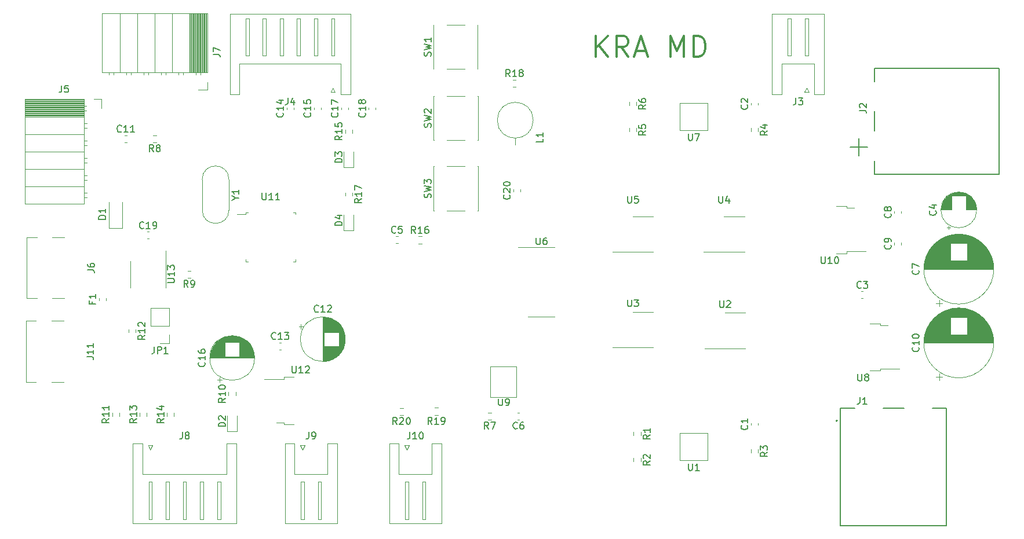
<source format=gto>
G04 #@! TF.GenerationSoftware,KiCad,Pcbnew,(5.1.12)-1*
G04 #@! TF.CreationDate,2022-01-12T16:51:38+09:00*
G04 #@! TF.ProjectId,NHK2022_MD_product,4e484b32-3032-4325-9f4d-445f70726f64,rev?*
G04 #@! TF.SameCoordinates,PX3c8eee0PY853a720*
G04 #@! TF.FileFunction,Legend,Top*
G04 #@! TF.FilePolarity,Positive*
%FSLAX46Y46*%
G04 Gerber Fmt 4.6, Leading zero omitted, Abs format (unit mm)*
G04 Created by KiCad (PCBNEW (5.1.12)-1) date 2022-01-12 16:51:38*
%MOMM*%
%LPD*%
G01*
G04 APERTURE LIST*
%ADD10C,0.300000*%
%ADD11C,0.120000*%
%ADD12C,0.127000*%
%ADD13C,0.200000*%
%ADD14C,0.150000*%
G04 APERTURE END LIST*
D10*
X71446428Y50077858D02*
X71446428Y53077858D01*
X73160714Y50077858D02*
X71875000Y51792143D01*
X73160714Y53077858D02*
X71446428Y51363572D01*
X76160714Y50077858D02*
X75160714Y51506429D01*
X74446428Y50077858D02*
X74446428Y53077858D01*
X75589285Y53077858D01*
X75875000Y52935000D01*
X76017857Y52792143D01*
X76160714Y52506429D01*
X76160714Y52077858D01*
X76017857Y51792143D01*
X75875000Y51649286D01*
X75589285Y51506429D01*
X74446428Y51506429D01*
X77303571Y50935000D02*
X78732142Y50935000D01*
X77017857Y50077858D02*
X78017857Y53077858D01*
X79017857Y50077858D01*
X82303571Y50077858D02*
X82303571Y53077858D01*
X83303571Y50935000D01*
X84303571Y53077858D01*
X84303571Y50077858D01*
X85732142Y50077858D02*
X85732142Y53077858D01*
X86446428Y53077858D01*
X86875000Y52935000D01*
X87160714Y52649286D01*
X87303571Y52363572D01*
X87446428Y51792143D01*
X87446428Y51363572D01*
X87303571Y50792143D01*
X87160714Y50506429D01*
X86875000Y50220715D01*
X86446428Y50077858D01*
X85732142Y50077858D01*
D11*
X76835000Y12760000D02*
X79835000Y12760000D01*
X73835000Y7560000D02*
X79835000Y7560000D01*
X90305000Y12625000D02*
X93305000Y12625000D01*
X87305000Y7425000D02*
X93305000Y7425000D01*
X76835000Y26730000D02*
X79835000Y26730000D01*
X73835000Y21530000D02*
X79835000Y21530000D01*
X90170000Y26730000D02*
X93170000Y26730000D01*
X87170000Y21530000D02*
X93170000Y21530000D01*
X-11700000Y14725000D02*
X-11700000Y23665000D01*
X-6190000Y14725000D02*
X-7990000Y14725000D01*
X-11700000Y14725000D02*
X-10240000Y14725000D01*
X-11700000Y23665000D02*
X-10240000Y23665000D01*
X-6190000Y23665000D02*
X-7990000Y23665000D01*
X95125000Y-3810580D02*
X95125000Y-3529420D01*
X94105000Y-3810580D02*
X94105000Y-3529420D01*
X94105000Y43039420D02*
X94105000Y43320580D01*
X95125000Y43039420D02*
X95125000Y43320580D01*
X110209420Y15750000D02*
X110490580Y15750000D01*
X110209420Y14730000D02*
X110490580Y14730000D01*
X127080000Y27670000D02*
G75*
G03*
X127080000Y27670000I-2620000J0D01*
G01*
X125500000Y27670000D02*
X127040000Y27670000D01*
X121880000Y27670000D02*
X123420000Y27670000D01*
X125500000Y27710000D02*
X127040000Y27710000D01*
X121880000Y27710000D02*
X123420000Y27710000D01*
X121881000Y27750000D02*
X123420000Y27750000D01*
X125500000Y27750000D02*
X127039000Y27750000D01*
X121882000Y27790000D02*
X123420000Y27790000D01*
X125500000Y27790000D02*
X127038000Y27790000D01*
X121884000Y27830000D02*
X123420000Y27830000D01*
X125500000Y27830000D02*
X127036000Y27830000D01*
X121887000Y27870000D02*
X123420000Y27870000D01*
X125500000Y27870000D02*
X127033000Y27870000D01*
X121891000Y27910000D02*
X123420000Y27910000D01*
X125500000Y27910000D02*
X127029000Y27910000D01*
X121895000Y27950000D02*
X123420000Y27950000D01*
X125500000Y27950000D02*
X127025000Y27950000D01*
X121899000Y27990000D02*
X123420000Y27990000D01*
X125500000Y27990000D02*
X127021000Y27990000D01*
X121904000Y28030000D02*
X123420000Y28030000D01*
X125500000Y28030000D02*
X127016000Y28030000D01*
X121910000Y28070000D02*
X123420000Y28070000D01*
X125500000Y28070000D02*
X127010000Y28070000D01*
X121917000Y28110000D02*
X123420000Y28110000D01*
X125500000Y28110000D02*
X127003000Y28110000D01*
X121924000Y28150000D02*
X123420000Y28150000D01*
X125500000Y28150000D02*
X126996000Y28150000D01*
X121932000Y28190000D02*
X123420000Y28190000D01*
X125500000Y28190000D02*
X126988000Y28190000D01*
X121940000Y28230000D02*
X123420000Y28230000D01*
X125500000Y28230000D02*
X126980000Y28230000D01*
X121949000Y28270000D02*
X123420000Y28270000D01*
X125500000Y28270000D02*
X126971000Y28270000D01*
X121959000Y28310000D02*
X123420000Y28310000D01*
X125500000Y28310000D02*
X126961000Y28310000D01*
X121969000Y28350000D02*
X123420000Y28350000D01*
X125500000Y28350000D02*
X126951000Y28350000D01*
X121980000Y28391000D02*
X123420000Y28391000D01*
X125500000Y28391000D02*
X126940000Y28391000D01*
X121992000Y28431000D02*
X123420000Y28431000D01*
X125500000Y28431000D02*
X126928000Y28431000D01*
X122005000Y28471000D02*
X123420000Y28471000D01*
X125500000Y28471000D02*
X126915000Y28471000D01*
X122018000Y28511000D02*
X123420000Y28511000D01*
X125500000Y28511000D02*
X126902000Y28511000D01*
X122032000Y28551000D02*
X123420000Y28551000D01*
X125500000Y28551000D02*
X126888000Y28551000D01*
X122046000Y28591000D02*
X123420000Y28591000D01*
X125500000Y28591000D02*
X126874000Y28591000D01*
X122062000Y28631000D02*
X123420000Y28631000D01*
X125500000Y28631000D02*
X126858000Y28631000D01*
X122078000Y28671000D02*
X123420000Y28671000D01*
X125500000Y28671000D02*
X126842000Y28671000D01*
X122095000Y28711000D02*
X123420000Y28711000D01*
X125500000Y28711000D02*
X126825000Y28711000D01*
X122112000Y28751000D02*
X123420000Y28751000D01*
X125500000Y28751000D02*
X126808000Y28751000D01*
X122131000Y28791000D02*
X123420000Y28791000D01*
X125500000Y28791000D02*
X126789000Y28791000D01*
X122150000Y28831000D02*
X123420000Y28831000D01*
X125500000Y28831000D02*
X126770000Y28831000D01*
X122170000Y28871000D02*
X123420000Y28871000D01*
X125500000Y28871000D02*
X126750000Y28871000D01*
X122192000Y28911000D02*
X123420000Y28911000D01*
X125500000Y28911000D02*
X126728000Y28911000D01*
X122213000Y28951000D02*
X123420000Y28951000D01*
X125500000Y28951000D02*
X126707000Y28951000D01*
X122236000Y28991000D02*
X123420000Y28991000D01*
X125500000Y28991000D02*
X126684000Y28991000D01*
X122260000Y29031000D02*
X123420000Y29031000D01*
X125500000Y29031000D02*
X126660000Y29031000D01*
X122285000Y29071000D02*
X123420000Y29071000D01*
X125500000Y29071000D02*
X126635000Y29071000D01*
X122311000Y29111000D02*
X123420000Y29111000D01*
X125500000Y29111000D02*
X126609000Y29111000D01*
X122338000Y29151000D02*
X123420000Y29151000D01*
X125500000Y29151000D02*
X126582000Y29151000D01*
X122365000Y29191000D02*
X123420000Y29191000D01*
X125500000Y29191000D02*
X126555000Y29191000D01*
X122395000Y29231000D02*
X123420000Y29231000D01*
X125500000Y29231000D02*
X126525000Y29231000D01*
X122425000Y29271000D02*
X123420000Y29271000D01*
X125500000Y29271000D02*
X126495000Y29271000D01*
X122456000Y29311000D02*
X123420000Y29311000D01*
X125500000Y29311000D02*
X126464000Y29311000D01*
X122489000Y29351000D02*
X123420000Y29351000D01*
X125500000Y29351000D02*
X126431000Y29351000D01*
X122523000Y29391000D02*
X123420000Y29391000D01*
X125500000Y29391000D02*
X126397000Y29391000D01*
X122559000Y29431000D02*
X123420000Y29431000D01*
X125500000Y29431000D02*
X126361000Y29431000D01*
X122596000Y29471000D02*
X123420000Y29471000D01*
X125500000Y29471000D02*
X126324000Y29471000D01*
X122634000Y29511000D02*
X123420000Y29511000D01*
X125500000Y29511000D02*
X126286000Y29511000D01*
X122675000Y29551000D02*
X123420000Y29551000D01*
X125500000Y29551000D02*
X126245000Y29551000D01*
X122717000Y29591000D02*
X123420000Y29591000D01*
X125500000Y29591000D02*
X126203000Y29591000D01*
X122761000Y29631000D02*
X123420000Y29631000D01*
X125500000Y29631000D02*
X126159000Y29631000D01*
X122807000Y29671000D02*
X123420000Y29671000D01*
X125500000Y29671000D02*
X126113000Y29671000D01*
X122855000Y29711000D02*
X126065000Y29711000D01*
X122906000Y29751000D02*
X126014000Y29751000D01*
X122960000Y29791000D02*
X125960000Y29791000D01*
X123017000Y29831000D02*
X125903000Y29831000D01*
X123077000Y29871000D02*
X125843000Y29871000D01*
X123141000Y29911000D02*
X125779000Y29911000D01*
X123209000Y29951000D02*
X125711000Y29951000D01*
X123282000Y29991000D02*
X125638000Y29991000D01*
X123362000Y30031000D02*
X125558000Y30031000D01*
X123449000Y30071000D02*
X125471000Y30071000D01*
X123545000Y30111000D02*
X125375000Y30111000D01*
X123655000Y30151000D02*
X125265000Y30151000D01*
X123783000Y30191000D02*
X125137000Y30191000D01*
X123942000Y30231000D02*
X124978000Y30231000D01*
X124176000Y30271000D02*
X124744000Y30271000D01*
X122985000Y24865225D02*
X122985000Y25365225D01*
X122735000Y25115225D02*
X123235000Y25115225D01*
X42234420Y23810000D02*
X42515580Y23810000D01*
X42234420Y22790000D02*
X42515580Y22790000D01*
X60270580Y-1980000D02*
X59989420Y-1980000D01*
X60270580Y-3000000D02*
X59989420Y-3000000D01*
X121085000Y14030354D02*
X122085000Y14030354D01*
X121585000Y13530354D02*
X121585000Y14530354D01*
X123861000Y24091000D02*
X125059000Y24091000D01*
X123598000Y24051000D02*
X125322000Y24051000D01*
X123398000Y24011000D02*
X125522000Y24011000D01*
X123230000Y23971000D02*
X125690000Y23971000D01*
X123082000Y23931000D02*
X125838000Y23931000D01*
X122950000Y23891000D02*
X125970000Y23891000D01*
X122830000Y23851000D02*
X126090000Y23851000D01*
X122718000Y23811000D02*
X126202000Y23811000D01*
X122614000Y23771000D02*
X126306000Y23771000D01*
X122516000Y23731000D02*
X126404000Y23731000D01*
X122423000Y23691000D02*
X126497000Y23691000D01*
X122335000Y23651000D02*
X126585000Y23651000D01*
X122251000Y23611000D02*
X126669000Y23611000D01*
X122171000Y23571000D02*
X126749000Y23571000D01*
X122095000Y23531000D02*
X126825000Y23531000D01*
X122021000Y23491000D02*
X126899000Y23491000D01*
X121950000Y23451000D02*
X126970000Y23451000D01*
X121881000Y23411000D02*
X127039000Y23411000D01*
X121815000Y23371000D02*
X127105000Y23371000D01*
X121751000Y23331000D02*
X127169000Y23331000D01*
X121690000Y23291000D02*
X127230000Y23291000D01*
X121630000Y23251000D02*
X127290000Y23251000D01*
X121571000Y23211000D02*
X127349000Y23211000D01*
X121515000Y23171000D02*
X127405000Y23171000D01*
X121460000Y23131000D02*
X127460000Y23131000D01*
X121406000Y23091000D02*
X127514000Y23091000D01*
X121354000Y23051000D02*
X127566000Y23051000D01*
X121304000Y23011000D02*
X127616000Y23011000D01*
X121254000Y22971000D02*
X127666000Y22971000D01*
X121206000Y22931000D02*
X127714000Y22931000D01*
X121159000Y22891000D02*
X127761000Y22891000D01*
X121113000Y22851000D02*
X127807000Y22851000D01*
X121068000Y22811000D02*
X127852000Y22811000D01*
X121024000Y22771000D02*
X127896000Y22771000D01*
X125701000Y22731000D02*
X127938000Y22731000D01*
X120982000Y22731000D02*
X123219000Y22731000D01*
X125701000Y22691000D02*
X127980000Y22691000D01*
X120940000Y22691000D02*
X123219000Y22691000D01*
X125701000Y22651000D02*
X128021000Y22651000D01*
X120899000Y22651000D02*
X123219000Y22651000D01*
X125701000Y22611000D02*
X128061000Y22611000D01*
X120859000Y22611000D02*
X123219000Y22611000D01*
X125701000Y22571000D02*
X128100000Y22571000D01*
X120820000Y22571000D02*
X123219000Y22571000D01*
X125701000Y22531000D02*
X128139000Y22531000D01*
X120781000Y22531000D02*
X123219000Y22531000D01*
X125701000Y22491000D02*
X128176000Y22491000D01*
X120744000Y22491000D02*
X123219000Y22491000D01*
X125701000Y22451000D02*
X128213000Y22451000D01*
X120707000Y22451000D02*
X123219000Y22451000D01*
X125701000Y22411000D02*
X128249000Y22411000D01*
X120671000Y22411000D02*
X123219000Y22411000D01*
X125701000Y22371000D02*
X128284000Y22371000D01*
X120636000Y22371000D02*
X123219000Y22371000D01*
X125701000Y22331000D02*
X128318000Y22331000D01*
X120602000Y22331000D02*
X123219000Y22331000D01*
X125701000Y22291000D02*
X128352000Y22291000D01*
X120568000Y22291000D02*
X123219000Y22291000D01*
X125701000Y22251000D02*
X128385000Y22251000D01*
X120535000Y22251000D02*
X123219000Y22251000D01*
X125701000Y22211000D02*
X128417000Y22211000D01*
X120503000Y22211000D02*
X123219000Y22211000D01*
X125701000Y22171000D02*
X128449000Y22171000D01*
X120471000Y22171000D02*
X123219000Y22171000D01*
X125701000Y22131000D02*
X128480000Y22131000D01*
X120440000Y22131000D02*
X123219000Y22131000D01*
X125701000Y22091000D02*
X128510000Y22091000D01*
X120410000Y22091000D02*
X123219000Y22091000D01*
X125701000Y22051000D02*
X128540000Y22051000D01*
X120380000Y22051000D02*
X123219000Y22051000D01*
X125701000Y22011000D02*
X128570000Y22011000D01*
X120350000Y22011000D02*
X123219000Y22011000D01*
X125701000Y21971000D02*
X128598000Y21971000D01*
X120322000Y21971000D02*
X123219000Y21971000D01*
X125701000Y21931000D02*
X128626000Y21931000D01*
X120294000Y21931000D02*
X123219000Y21931000D01*
X125701000Y21891000D02*
X128654000Y21891000D01*
X120266000Y21891000D02*
X123219000Y21891000D01*
X125701000Y21851000D02*
X128681000Y21851000D01*
X120239000Y21851000D02*
X123219000Y21851000D01*
X125701000Y21811000D02*
X128707000Y21811000D01*
X120213000Y21811000D02*
X123219000Y21811000D01*
X125701000Y21771000D02*
X128733000Y21771000D01*
X120187000Y21771000D02*
X123219000Y21771000D01*
X125701000Y21731000D02*
X128758000Y21731000D01*
X120162000Y21731000D02*
X123219000Y21731000D01*
X125701000Y21691000D02*
X128783000Y21691000D01*
X120137000Y21691000D02*
X123219000Y21691000D01*
X125701000Y21651000D02*
X128807000Y21651000D01*
X120113000Y21651000D02*
X123219000Y21651000D01*
X125701000Y21611000D02*
X128831000Y21611000D01*
X120089000Y21611000D02*
X123219000Y21611000D01*
X125701000Y21571000D02*
X128855000Y21571000D01*
X120065000Y21571000D02*
X123219000Y21571000D01*
X125701000Y21531000D02*
X128877000Y21531000D01*
X120043000Y21531000D02*
X123219000Y21531000D01*
X125701000Y21491000D02*
X128900000Y21491000D01*
X120020000Y21491000D02*
X123219000Y21491000D01*
X125701000Y21451000D02*
X128922000Y21451000D01*
X119998000Y21451000D02*
X123219000Y21451000D01*
X125701000Y21411000D02*
X128943000Y21411000D01*
X119977000Y21411000D02*
X123219000Y21411000D01*
X125701000Y21371000D02*
X128964000Y21371000D01*
X119956000Y21371000D02*
X123219000Y21371000D01*
X125701000Y21331000D02*
X128985000Y21331000D01*
X119935000Y21331000D02*
X123219000Y21331000D01*
X125701000Y21291000D02*
X129005000Y21291000D01*
X119915000Y21291000D02*
X123219000Y21291000D01*
X125701000Y21251000D02*
X129024000Y21251000D01*
X119896000Y21251000D02*
X123219000Y21251000D01*
X125701000Y21211000D02*
X129044000Y21211000D01*
X119876000Y21211000D02*
X123219000Y21211000D01*
X125701000Y21171000D02*
X129063000Y21171000D01*
X119857000Y21171000D02*
X123219000Y21171000D01*
X125701000Y21131000D02*
X129081000Y21131000D01*
X119839000Y21131000D02*
X123219000Y21131000D01*
X125701000Y21091000D02*
X129099000Y21091000D01*
X119821000Y21091000D02*
X123219000Y21091000D01*
X125701000Y21051000D02*
X129117000Y21051000D01*
X119803000Y21051000D02*
X123219000Y21051000D01*
X125701000Y21011000D02*
X129134000Y21011000D01*
X119786000Y21011000D02*
X123219000Y21011000D01*
X125701000Y20971000D02*
X129150000Y20971000D01*
X119770000Y20971000D02*
X123219000Y20971000D01*
X125701000Y20931000D02*
X129167000Y20931000D01*
X119753000Y20931000D02*
X123219000Y20931000D01*
X125701000Y20891000D02*
X129183000Y20891000D01*
X119737000Y20891000D02*
X123219000Y20891000D01*
X125701000Y20851000D02*
X129198000Y20851000D01*
X119722000Y20851000D02*
X123219000Y20851000D01*
X125701000Y20811000D02*
X129214000Y20811000D01*
X119706000Y20811000D02*
X123219000Y20811000D01*
X125701000Y20771000D02*
X129228000Y20771000D01*
X119692000Y20771000D02*
X123219000Y20771000D01*
X125701000Y20731000D02*
X129243000Y20731000D01*
X119677000Y20731000D02*
X123219000Y20731000D01*
X125701000Y20691000D02*
X129257000Y20691000D01*
X119663000Y20691000D02*
X123219000Y20691000D01*
X125701000Y20651000D02*
X129271000Y20651000D01*
X119649000Y20651000D02*
X123219000Y20651000D01*
X125701000Y20611000D02*
X129284000Y20611000D01*
X119636000Y20611000D02*
X123219000Y20611000D01*
X125701000Y20571000D02*
X129297000Y20571000D01*
X119623000Y20571000D02*
X123219000Y20571000D01*
X125701000Y20531000D02*
X129310000Y20531000D01*
X119610000Y20531000D02*
X123219000Y20531000D01*
X125701000Y20491000D02*
X129322000Y20491000D01*
X119598000Y20491000D02*
X123219000Y20491000D01*
X125701000Y20451000D02*
X129334000Y20451000D01*
X119586000Y20451000D02*
X123219000Y20451000D01*
X125701000Y20411000D02*
X129345000Y20411000D01*
X119575000Y20411000D02*
X123219000Y20411000D01*
X125701000Y20371000D02*
X129357000Y20371000D01*
X119563000Y20371000D02*
X123219000Y20371000D01*
X125701000Y20331000D02*
X129367000Y20331000D01*
X119553000Y20331000D02*
X123219000Y20331000D01*
X125701000Y20291000D02*
X129378000Y20291000D01*
X119542000Y20291000D02*
X123219000Y20291000D01*
X119532000Y20251000D02*
X129388000Y20251000D01*
X119522000Y20211000D02*
X129398000Y20211000D01*
X119513000Y20171000D02*
X129407000Y20171000D01*
X119504000Y20131000D02*
X129416000Y20131000D01*
X119495000Y20091000D02*
X129425000Y20091000D01*
X119486000Y20051000D02*
X129434000Y20051000D01*
X119478000Y20011000D02*
X129442000Y20011000D01*
X119470000Y19971000D02*
X129450000Y19971000D01*
X119463000Y19931000D02*
X129457000Y19931000D01*
X119456000Y19891000D02*
X129464000Y19891000D01*
X119449000Y19851000D02*
X129471000Y19851000D01*
X119442000Y19811000D02*
X129478000Y19811000D01*
X119436000Y19771000D02*
X129484000Y19771000D01*
X119430000Y19731000D02*
X129490000Y19731000D01*
X119425000Y19690000D02*
X129495000Y19690000D01*
X119420000Y19650000D02*
X129500000Y19650000D01*
X119415000Y19610000D02*
X129505000Y19610000D01*
X119410000Y19570000D02*
X129510000Y19570000D01*
X119406000Y19530000D02*
X129514000Y19530000D01*
X119402000Y19490000D02*
X129518000Y19490000D01*
X119398000Y19450000D02*
X129522000Y19450000D01*
X119395000Y19410000D02*
X129525000Y19410000D01*
X119392000Y19370000D02*
X129528000Y19370000D01*
X119390000Y19330000D02*
X129530000Y19330000D01*
X119387000Y19290000D02*
X129533000Y19290000D01*
X119385000Y19250000D02*
X129535000Y19250000D01*
X119383000Y19210000D02*
X129537000Y19210000D01*
X119382000Y19170000D02*
X129538000Y19170000D01*
X119381000Y19130000D02*
X129539000Y19130000D01*
X119380000Y19090000D02*
X129540000Y19090000D01*
X119380000Y19050000D02*
X129540000Y19050000D01*
X119380000Y19010000D02*
X129540000Y19010000D01*
X129580000Y19010000D02*
G75*
G03*
X129580000Y19010000I-5120000J0D01*
G01*
X116080000Y27164420D02*
X116080000Y27445580D01*
X115060000Y27164420D02*
X115060000Y27445580D01*
X116080000Y22579420D02*
X116080000Y22860580D01*
X115060000Y22579420D02*
X115060000Y22860580D01*
X129580000Y8215000D02*
G75*
G03*
X129580000Y8215000I-5120000J0D01*
G01*
X119380000Y8215000D02*
X129540000Y8215000D01*
X119380000Y8255000D02*
X129540000Y8255000D01*
X119380000Y8295000D02*
X129540000Y8295000D01*
X119381000Y8335000D02*
X129539000Y8335000D01*
X119382000Y8375000D02*
X129538000Y8375000D01*
X119383000Y8415000D02*
X129537000Y8415000D01*
X119385000Y8455000D02*
X129535000Y8455000D01*
X119387000Y8495000D02*
X129533000Y8495000D01*
X119390000Y8535000D02*
X129530000Y8535000D01*
X119392000Y8575000D02*
X129528000Y8575000D01*
X119395000Y8615000D02*
X129525000Y8615000D01*
X119398000Y8655000D02*
X129522000Y8655000D01*
X119402000Y8695000D02*
X129518000Y8695000D01*
X119406000Y8735000D02*
X129514000Y8735000D01*
X119410000Y8775000D02*
X129510000Y8775000D01*
X119415000Y8815000D02*
X129505000Y8815000D01*
X119420000Y8855000D02*
X129500000Y8855000D01*
X119425000Y8895000D02*
X129495000Y8895000D01*
X119430000Y8936000D02*
X129490000Y8936000D01*
X119436000Y8976000D02*
X129484000Y8976000D01*
X119442000Y9016000D02*
X129478000Y9016000D01*
X119449000Y9056000D02*
X129471000Y9056000D01*
X119456000Y9096000D02*
X129464000Y9096000D01*
X119463000Y9136000D02*
X129457000Y9136000D01*
X119470000Y9176000D02*
X129450000Y9176000D01*
X119478000Y9216000D02*
X129442000Y9216000D01*
X119486000Y9256000D02*
X129434000Y9256000D01*
X119495000Y9296000D02*
X129425000Y9296000D01*
X119504000Y9336000D02*
X129416000Y9336000D01*
X119513000Y9376000D02*
X129407000Y9376000D01*
X119522000Y9416000D02*
X129398000Y9416000D01*
X119532000Y9456000D02*
X129388000Y9456000D01*
X119542000Y9496000D02*
X123219000Y9496000D01*
X125701000Y9496000D02*
X129378000Y9496000D01*
X119553000Y9536000D02*
X123219000Y9536000D01*
X125701000Y9536000D02*
X129367000Y9536000D01*
X119563000Y9576000D02*
X123219000Y9576000D01*
X125701000Y9576000D02*
X129357000Y9576000D01*
X119575000Y9616000D02*
X123219000Y9616000D01*
X125701000Y9616000D02*
X129345000Y9616000D01*
X119586000Y9656000D02*
X123219000Y9656000D01*
X125701000Y9656000D02*
X129334000Y9656000D01*
X119598000Y9696000D02*
X123219000Y9696000D01*
X125701000Y9696000D02*
X129322000Y9696000D01*
X119610000Y9736000D02*
X123219000Y9736000D01*
X125701000Y9736000D02*
X129310000Y9736000D01*
X119623000Y9776000D02*
X123219000Y9776000D01*
X125701000Y9776000D02*
X129297000Y9776000D01*
X119636000Y9816000D02*
X123219000Y9816000D01*
X125701000Y9816000D02*
X129284000Y9816000D01*
X119649000Y9856000D02*
X123219000Y9856000D01*
X125701000Y9856000D02*
X129271000Y9856000D01*
X119663000Y9896000D02*
X123219000Y9896000D01*
X125701000Y9896000D02*
X129257000Y9896000D01*
X119677000Y9936000D02*
X123219000Y9936000D01*
X125701000Y9936000D02*
X129243000Y9936000D01*
X119692000Y9976000D02*
X123219000Y9976000D01*
X125701000Y9976000D02*
X129228000Y9976000D01*
X119706000Y10016000D02*
X123219000Y10016000D01*
X125701000Y10016000D02*
X129214000Y10016000D01*
X119722000Y10056000D02*
X123219000Y10056000D01*
X125701000Y10056000D02*
X129198000Y10056000D01*
X119737000Y10096000D02*
X123219000Y10096000D01*
X125701000Y10096000D02*
X129183000Y10096000D01*
X119753000Y10136000D02*
X123219000Y10136000D01*
X125701000Y10136000D02*
X129167000Y10136000D01*
X119770000Y10176000D02*
X123219000Y10176000D01*
X125701000Y10176000D02*
X129150000Y10176000D01*
X119786000Y10216000D02*
X123219000Y10216000D01*
X125701000Y10216000D02*
X129134000Y10216000D01*
X119803000Y10256000D02*
X123219000Y10256000D01*
X125701000Y10256000D02*
X129117000Y10256000D01*
X119821000Y10296000D02*
X123219000Y10296000D01*
X125701000Y10296000D02*
X129099000Y10296000D01*
X119839000Y10336000D02*
X123219000Y10336000D01*
X125701000Y10336000D02*
X129081000Y10336000D01*
X119857000Y10376000D02*
X123219000Y10376000D01*
X125701000Y10376000D02*
X129063000Y10376000D01*
X119876000Y10416000D02*
X123219000Y10416000D01*
X125701000Y10416000D02*
X129044000Y10416000D01*
X119896000Y10456000D02*
X123219000Y10456000D01*
X125701000Y10456000D02*
X129024000Y10456000D01*
X119915000Y10496000D02*
X123219000Y10496000D01*
X125701000Y10496000D02*
X129005000Y10496000D01*
X119935000Y10536000D02*
X123219000Y10536000D01*
X125701000Y10536000D02*
X128985000Y10536000D01*
X119956000Y10576000D02*
X123219000Y10576000D01*
X125701000Y10576000D02*
X128964000Y10576000D01*
X119977000Y10616000D02*
X123219000Y10616000D01*
X125701000Y10616000D02*
X128943000Y10616000D01*
X119998000Y10656000D02*
X123219000Y10656000D01*
X125701000Y10656000D02*
X128922000Y10656000D01*
X120020000Y10696000D02*
X123219000Y10696000D01*
X125701000Y10696000D02*
X128900000Y10696000D01*
X120043000Y10736000D02*
X123219000Y10736000D01*
X125701000Y10736000D02*
X128877000Y10736000D01*
X120065000Y10776000D02*
X123219000Y10776000D01*
X125701000Y10776000D02*
X128855000Y10776000D01*
X120089000Y10816000D02*
X123219000Y10816000D01*
X125701000Y10816000D02*
X128831000Y10816000D01*
X120113000Y10856000D02*
X123219000Y10856000D01*
X125701000Y10856000D02*
X128807000Y10856000D01*
X120137000Y10896000D02*
X123219000Y10896000D01*
X125701000Y10896000D02*
X128783000Y10896000D01*
X120162000Y10936000D02*
X123219000Y10936000D01*
X125701000Y10936000D02*
X128758000Y10936000D01*
X120187000Y10976000D02*
X123219000Y10976000D01*
X125701000Y10976000D02*
X128733000Y10976000D01*
X120213000Y11016000D02*
X123219000Y11016000D01*
X125701000Y11016000D02*
X128707000Y11016000D01*
X120239000Y11056000D02*
X123219000Y11056000D01*
X125701000Y11056000D02*
X128681000Y11056000D01*
X120266000Y11096000D02*
X123219000Y11096000D01*
X125701000Y11096000D02*
X128654000Y11096000D01*
X120294000Y11136000D02*
X123219000Y11136000D01*
X125701000Y11136000D02*
X128626000Y11136000D01*
X120322000Y11176000D02*
X123219000Y11176000D01*
X125701000Y11176000D02*
X128598000Y11176000D01*
X120350000Y11216000D02*
X123219000Y11216000D01*
X125701000Y11216000D02*
X128570000Y11216000D01*
X120380000Y11256000D02*
X123219000Y11256000D01*
X125701000Y11256000D02*
X128540000Y11256000D01*
X120410000Y11296000D02*
X123219000Y11296000D01*
X125701000Y11296000D02*
X128510000Y11296000D01*
X120440000Y11336000D02*
X123219000Y11336000D01*
X125701000Y11336000D02*
X128480000Y11336000D01*
X120471000Y11376000D02*
X123219000Y11376000D01*
X125701000Y11376000D02*
X128449000Y11376000D01*
X120503000Y11416000D02*
X123219000Y11416000D01*
X125701000Y11416000D02*
X128417000Y11416000D01*
X120535000Y11456000D02*
X123219000Y11456000D01*
X125701000Y11456000D02*
X128385000Y11456000D01*
X120568000Y11496000D02*
X123219000Y11496000D01*
X125701000Y11496000D02*
X128352000Y11496000D01*
X120602000Y11536000D02*
X123219000Y11536000D01*
X125701000Y11536000D02*
X128318000Y11536000D01*
X120636000Y11576000D02*
X123219000Y11576000D01*
X125701000Y11576000D02*
X128284000Y11576000D01*
X120671000Y11616000D02*
X123219000Y11616000D01*
X125701000Y11616000D02*
X128249000Y11616000D01*
X120707000Y11656000D02*
X123219000Y11656000D01*
X125701000Y11656000D02*
X128213000Y11656000D01*
X120744000Y11696000D02*
X123219000Y11696000D01*
X125701000Y11696000D02*
X128176000Y11696000D01*
X120781000Y11736000D02*
X123219000Y11736000D01*
X125701000Y11736000D02*
X128139000Y11736000D01*
X120820000Y11776000D02*
X123219000Y11776000D01*
X125701000Y11776000D02*
X128100000Y11776000D01*
X120859000Y11816000D02*
X123219000Y11816000D01*
X125701000Y11816000D02*
X128061000Y11816000D01*
X120899000Y11856000D02*
X123219000Y11856000D01*
X125701000Y11856000D02*
X128021000Y11856000D01*
X120940000Y11896000D02*
X123219000Y11896000D01*
X125701000Y11896000D02*
X127980000Y11896000D01*
X120982000Y11936000D02*
X123219000Y11936000D01*
X125701000Y11936000D02*
X127938000Y11936000D01*
X121024000Y11976000D02*
X127896000Y11976000D01*
X121068000Y12016000D02*
X127852000Y12016000D01*
X121113000Y12056000D02*
X127807000Y12056000D01*
X121159000Y12096000D02*
X127761000Y12096000D01*
X121206000Y12136000D02*
X127714000Y12136000D01*
X121254000Y12176000D02*
X127666000Y12176000D01*
X121304000Y12216000D02*
X127616000Y12216000D01*
X121354000Y12256000D02*
X127566000Y12256000D01*
X121406000Y12296000D02*
X127514000Y12296000D01*
X121460000Y12336000D02*
X127460000Y12336000D01*
X121515000Y12376000D02*
X127405000Y12376000D01*
X121571000Y12416000D02*
X127349000Y12416000D01*
X121630000Y12456000D02*
X127290000Y12456000D01*
X121690000Y12496000D02*
X127230000Y12496000D01*
X121751000Y12536000D02*
X127169000Y12536000D01*
X121815000Y12576000D02*
X127105000Y12576000D01*
X121881000Y12616000D02*
X127039000Y12616000D01*
X121950000Y12656000D02*
X126970000Y12656000D01*
X122021000Y12696000D02*
X126899000Y12696000D01*
X122095000Y12736000D02*
X126825000Y12736000D01*
X122171000Y12776000D02*
X126749000Y12776000D01*
X122251000Y12816000D02*
X126669000Y12816000D01*
X122335000Y12856000D02*
X126585000Y12856000D01*
X122423000Y12896000D02*
X126497000Y12896000D01*
X122516000Y12936000D02*
X126404000Y12936000D01*
X122614000Y12976000D02*
X126306000Y12976000D01*
X122718000Y13016000D02*
X126202000Y13016000D01*
X122830000Y13056000D02*
X126090000Y13056000D01*
X122950000Y13096000D02*
X125970000Y13096000D01*
X123082000Y13136000D02*
X125838000Y13136000D01*
X123230000Y13176000D02*
X125690000Y13176000D01*
X123398000Y13216000D02*
X125522000Y13216000D01*
X123598000Y13256000D02*
X125322000Y13256000D01*
X123861000Y13296000D02*
X125059000Y13296000D01*
X121585000Y2735354D02*
X121585000Y3735354D01*
X121085000Y3235354D02*
X122085000Y3235354D01*
X2624420Y38570000D02*
X2905580Y38570000D01*
X2624420Y37550000D02*
X2905580Y37550000D01*
X34820000Y8760000D02*
G75*
G03*
X34820000Y8760000I-3270000J0D01*
G01*
X31550000Y11990000D02*
X31550000Y5530000D01*
X31590000Y11990000D02*
X31590000Y5530000D01*
X31630000Y11990000D02*
X31630000Y5530000D01*
X31670000Y11988000D02*
X31670000Y5532000D01*
X31710000Y11987000D02*
X31710000Y5533000D01*
X31750000Y11984000D02*
X31750000Y5536000D01*
X31790000Y11982000D02*
X31790000Y9800000D01*
X31790000Y7720000D02*
X31790000Y5538000D01*
X31830000Y11978000D02*
X31830000Y9800000D01*
X31830000Y7720000D02*
X31830000Y5542000D01*
X31870000Y11975000D02*
X31870000Y9800000D01*
X31870000Y7720000D02*
X31870000Y5545000D01*
X31910000Y11971000D02*
X31910000Y9800000D01*
X31910000Y7720000D02*
X31910000Y5549000D01*
X31950000Y11966000D02*
X31950000Y9800000D01*
X31950000Y7720000D02*
X31950000Y5554000D01*
X31990000Y11961000D02*
X31990000Y9800000D01*
X31990000Y7720000D02*
X31990000Y5559000D01*
X32030000Y11955000D02*
X32030000Y9800000D01*
X32030000Y7720000D02*
X32030000Y5565000D01*
X32070000Y11949000D02*
X32070000Y9800000D01*
X32070000Y7720000D02*
X32070000Y5571000D01*
X32110000Y11942000D02*
X32110000Y9800000D01*
X32110000Y7720000D02*
X32110000Y5578000D01*
X32150000Y11935000D02*
X32150000Y9800000D01*
X32150000Y7720000D02*
X32150000Y5585000D01*
X32190000Y11927000D02*
X32190000Y9800000D01*
X32190000Y7720000D02*
X32190000Y5593000D01*
X32230000Y11919000D02*
X32230000Y9800000D01*
X32230000Y7720000D02*
X32230000Y5601000D01*
X32271000Y11910000D02*
X32271000Y9800000D01*
X32271000Y7720000D02*
X32271000Y5610000D01*
X32311000Y11901000D02*
X32311000Y9800000D01*
X32311000Y7720000D02*
X32311000Y5619000D01*
X32351000Y11891000D02*
X32351000Y9800000D01*
X32351000Y7720000D02*
X32351000Y5629000D01*
X32391000Y11881000D02*
X32391000Y9800000D01*
X32391000Y7720000D02*
X32391000Y5639000D01*
X32431000Y11870000D02*
X32431000Y9800000D01*
X32431000Y7720000D02*
X32431000Y5650000D01*
X32471000Y11858000D02*
X32471000Y9800000D01*
X32471000Y7720000D02*
X32471000Y5662000D01*
X32511000Y11846000D02*
X32511000Y9800000D01*
X32511000Y7720000D02*
X32511000Y5674000D01*
X32551000Y11834000D02*
X32551000Y9800000D01*
X32551000Y7720000D02*
X32551000Y5686000D01*
X32591000Y11821000D02*
X32591000Y9800000D01*
X32591000Y7720000D02*
X32591000Y5699000D01*
X32631000Y11807000D02*
X32631000Y9800000D01*
X32631000Y7720000D02*
X32631000Y5713000D01*
X32671000Y11793000D02*
X32671000Y9800000D01*
X32671000Y7720000D02*
X32671000Y5727000D01*
X32711000Y11778000D02*
X32711000Y9800000D01*
X32711000Y7720000D02*
X32711000Y5742000D01*
X32751000Y11762000D02*
X32751000Y9800000D01*
X32751000Y7720000D02*
X32751000Y5758000D01*
X32791000Y11746000D02*
X32791000Y9800000D01*
X32791000Y7720000D02*
X32791000Y5774000D01*
X32831000Y11730000D02*
X32831000Y9800000D01*
X32831000Y7720000D02*
X32831000Y5790000D01*
X32871000Y11712000D02*
X32871000Y9800000D01*
X32871000Y7720000D02*
X32871000Y5808000D01*
X32911000Y11694000D02*
X32911000Y9800000D01*
X32911000Y7720000D02*
X32911000Y5826000D01*
X32951000Y11676000D02*
X32951000Y9800000D01*
X32951000Y7720000D02*
X32951000Y5844000D01*
X32991000Y11656000D02*
X32991000Y9800000D01*
X32991000Y7720000D02*
X32991000Y5864000D01*
X33031000Y11636000D02*
X33031000Y9800000D01*
X33031000Y7720000D02*
X33031000Y5884000D01*
X33071000Y11616000D02*
X33071000Y9800000D01*
X33071000Y7720000D02*
X33071000Y5904000D01*
X33111000Y11594000D02*
X33111000Y9800000D01*
X33111000Y7720000D02*
X33111000Y5926000D01*
X33151000Y11572000D02*
X33151000Y9800000D01*
X33151000Y7720000D02*
X33151000Y5948000D01*
X33191000Y11550000D02*
X33191000Y9800000D01*
X33191000Y7720000D02*
X33191000Y5970000D01*
X33231000Y11526000D02*
X33231000Y9800000D01*
X33231000Y7720000D02*
X33231000Y5994000D01*
X33271000Y11502000D02*
X33271000Y9800000D01*
X33271000Y7720000D02*
X33271000Y6018000D01*
X33311000Y11476000D02*
X33311000Y9800000D01*
X33311000Y7720000D02*
X33311000Y6044000D01*
X33351000Y11450000D02*
X33351000Y9800000D01*
X33351000Y7720000D02*
X33351000Y6070000D01*
X33391000Y11424000D02*
X33391000Y9800000D01*
X33391000Y7720000D02*
X33391000Y6096000D01*
X33431000Y11396000D02*
X33431000Y9800000D01*
X33431000Y7720000D02*
X33431000Y6124000D01*
X33471000Y11367000D02*
X33471000Y9800000D01*
X33471000Y7720000D02*
X33471000Y6153000D01*
X33511000Y11338000D02*
X33511000Y9800000D01*
X33511000Y7720000D02*
X33511000Y6182000D01*
X33551000Y11308000D02*
X33551000Y9800000D01*
X33551000Y7720000D02*
X33551000Y6212000D01*
X33591000Y11276000D02*
X33591000Y9800000D01*
X33591000Y7720000D02*
X33591000Y6244000D01*
X33631000Y11244000D02*
X33631000Y9800000D01*
X33631000Y7720000D02*
X33631000Y6276000D01*
X33671000Y11210000D02*
X33671000Y9800000D01*
X33671000Y7720000D02*
X33671000Y6310000D01*
X33711000Y11176000D02*
X33711000Y9800000D01*
X33711000Y7720000D02*
X33711000Y6344000D01*
X33751000Y11140000D02*
X33751000Y9800000D01*
X33751000Y7720000D02*
X33751000Y6380000D01*
X33791000Y11103000D02*
X33791000Y9800000D01*
X33791000Y7720000D02*
X33791000Y6417000D01*
X33831000Y11065000D02*
X33831000Y9800000D01*
X33831000Y7720000D02*
X33831000Y6455000D01*
X33871000Y11025000D02*
X33871000Y6495000D01*
X33911000Y10984000D02*
X33911000Y6536000D01*
X33951000Y10942000D02*
X33951000Y6578000D01*
X33991000Y10897000D02*
X33991000Y6623000D01*
X34031000Y10852000D02*
X34031000Y6668000D01*
X34071000Y10804000D02*
X34071000Y6716000D01*
X34111000Y10755000D02*
X34111000Y6765000D01*
X34151000Y10704000D02*
X34151000Y6816000D01*
X34191000Y10650000D02*
X34191000Y6870000D01*
X34231000Y10594000D02*
X34231000Y6926000D01*
X34271000Y10536000D02*
X34271000Y6984000D01*
X34311000Y10474000D02*
X34311000Y7046000D01*
X34351000Y10410000D02*
X34351000Y7110000D01*
X34391000Y10341000D02*
X34391000Y7179000D01*
X34431000Y10269000D02*
X34431000Y7251000D01*
X34471000Y10192000D02*
X34471000Y7328000D01*
X34511000Y10110000D02*
X34511000Y7410000D01*
X34551000Y10022000D02*
X34551000Y7498000D01*
X34591000Y9925000D02*
X34591000Y7595000D01*
X34631000Y9819000D02*
X34631000Y7701000D01*
X34671000Y9700000D02*
X34671000Y7820000D01*
X34711000Y9562000D02*
X34711000Y7958000D01*
X34751000Y9393000D02*
X34751000Y8127000D01*
X34791000Y9162000D02*
X34791000Y8358000D01*
X28049759Y10599000D02*
X28679759Y10599000D01*
X28364759Y10914000D02*
X28364759Y10284000D01*
X25159420Y7250000D02*
X25440580Y7250000D01*
X25159420Y8270000D02*
X25440580Y8270000D01*
X26250000Y42369420D02*
X26250000Y42650580D01*
X27270000Y42369420D02*
X27270000Y42650580D01*
X31270000Y42369420D02*
X31270000Y42650580D01*
X30250000Y42369420D02*
X30250000Y42650580D01*
X16146000Y2824759D02*
X16776000Y2824759D01*
X16461000Y2509759D02*
X16461000Y3139759D01*
X17898000Y9251000D02*
X18702000Y9251000D01*
X17667000Y9211000D02*
X18933000Y9211000D01*
X17498000Y9171000D02*
X19102000Y9171000D01*
X17360000Y9131000D02*
X19240000Y9131000D01*
X17241000Y9091000D02*
X19359000Y9091000D01*
X17135000Y9051000D02*
X19465000Y9051000D01*
X17038000Y9011000D02*
X19562000Y9011000D01*
X16950000Y8971000D02*
X19650000Y8971000D01*
X16868000Y8931000D02*
X19732000Y8931000D01*
X16791000Y8891000D02*
X19809000Y8891000D01*
X16719000Y8851000D02*
X19881000Y8851000D01*
X16650000Y8811000D02*
X19950000Y8811000D01*
X16586000Y8771000D02*
X20014000Y8771000D01*
X16524000Y8731000D02*
X20076000Y8731000D01*
X16466000Y8691000D02*
X20134000Y8691000D01*
X16410000Y8651000D02*
X20190000Y8651000D01*
X16356000Y8611000D02*
X20244000Y8611000D01*
X16305000Y8571000D02*
X20295000Y8571000D01*
X16256000Y8531000D02*
X20344000Y8531000D01*
X16208000Y8491000D02*
X20392000Y8491000D01*
X16163000Y8451000D02*
X20437000Y8451000D01*
X16118000Y8411000D02*
X20482000Y8411000D01*
X16076000Y8371000D02*
X20524000Y8371000D01*
X16035000Y8331000D02*
X20565000Y8331000D01*
X19340000Y8291000D02*
X20605000Y8291000D01*
X15995000Y8291000D02*
X17260000Y8291000D01*
X19340000Y8251000D02*
X20643000Y8251000D01*
X15957000Y8251000D02*
X17260000Y8251000D01*
X19340000Y8211000D02*
X20680000Y8211000D01*
X15920000Y8211000D02*
X17260000Y8211000D01*
X19340000Y8171000D02*
X20716000Y8171000D01*
X15884000Y8171000D02*
X17260000Y8171000D01*
X19340000Y8131000D02*
X20750000Y8131000D01*
X15850000Y8131000D02*
X17260000Y8131000D01*
X19340000Y8091000D02*
X20784000Y8091000D01*
X15816000Y8091000D02*
X17260000Y8091000D01*
X19340000Y8051000D02*
X20816000Y8051000D01*
X15784000Y8051000D02*
X17260000Y8051000D01*
X19340000Y8011000D02*
X20848000Y8011000D01*
X15752000Y8011000D02*
X17260000Y8011000D01*
X19340000Y7971000D02*
X20878000Y7971000D01*
X15722000Y7971000D02*
X17260000Y7971000D01*
X19340000Y7931000D02*
X20907000Y7931000D01*
X15693000Y7931000D02*
X17260000Y7931000D01*
X19340000Y7891000D02*
X20936000Y7891000D01*
X15664000Y7891000D02*
X17260000Y7891000D01*
X19340000Y7851000D02*
X20964000Y7851000D01*
X15636000Y7851000D02*
X17260000Y7851000D01*
X19340000Y7811000D02*
X20990000Y7811000D01*
X15610000Y7811000D02*
X17260000Y7811000D01*
X19340000Y7771000D02*
X21016000Y7771000D01*
X15584000Y7771000D02*
X17260000Y7771000D01*
X19340000Y7731000D02*
X21042000Y7731000D01*
X15558000Y7731000D02*
X17260000Y7731000D01*
X19340000Y7691000D02*
X21066000Y7691000D01*
X15534000Y7691000D02*
X17260000Y7691000D01*
X19340000Y7651000D02*
X21090000Y7651000D01*
X15510000Y7651000D02*
X17260000Y7651000D01*
X19340000Y7611000D02*
X21112000Y7611000D01*
X15488000Y7611000D02*
X17260000Y7611000D01*
X19340000Y7571000D02*
X21134000Y7571000D01*
X15466000Y7571000D02*
X17260000Y7571000D01*
X19340000Y7531000D02*
X21156000Y7531000D01*
X15444000Y7531000D02*
X17260000Y7531000D01*
X19340000Y7491000D02*
X21176000Y7491000D01*
X15424000Y7491000D02*
X17260000Y7491000D01*
X19340000Y7451000D02*
X21196000Y7451000D01*
X15404000Y7451000D02*
X17260000Y7451000D01*
X19340000Y7411000D02*
X21216000Y7411000D01*
X15384000Y7411000D02*
X17260000Y7411000D01*
X19340000Y7371000D02*
X21234000Y7371000D01*
X15366000Y7371000D02*
X17260000Y7371000D01*
X19340000Y7331000D02*
X21252000Y7331000D01*
X15348000Y7331000D02*
X17260000Y7331000D01*
X19340000Y7291000D02*
X21270000Y7291000D01*
X15330000Y7291000D02*
X17260000Y7291000D01*
X19340000Y7251000D02*
X21286000Y7251000D01*
X15314000Y7251000D02*
X17260000Y7251000D01*
X19340000Y7211000D02*
X21302000Y7211000D01*
X15298000Y7211000D02*
X17260000Y7211000D01*
X19340000Y7171000D02*
X21318000Y7171000D01*
X15282000Y7171000D02*
X17260000Y7171000D01*
X19340000Y7131000D02*
X21333000Y7131000D01*
X15267000Y7131000D02*
X17260000Y7131000D01*
X19340000Y7091000D02*
X21347000Y7091000D01*
X15253000Y7091000D02*
X17260000Y7091000D01*
X19340000Y7051000D02*
X21361000Y7051000D01*
X15239000Y7051000D02*
X17260000Y7051000D01*
X19340000Y7011000D02*
X21374000Y7011000D01*
X15226000Y7011000D02*
X17260000Y7011000D01*
X19340000Y6971000D02*
X21386000Y6971000D01*
X15214000Y6971000D02*
X17260000Y6971000D01*
X19340000Y6931000D02*
X21398000Y6931000D01*
X15202000Y6931000D02*
X17260000Y6931000D01*
X19340000Y6891000D02*
X21410000Y6891000D01*
X15190000Y6891000D02*
X17260000Y6891000D01*
X19340000Y6851000D02*
X21421000Y6851000D01*
X15179000Y6851000D02*
X17260000Y6851000D01*
X19340000Y6811000D02*
X21431000Y6811000D01*
X15169000Y6811000D02*
X17260000Y6811000D01*
X19340000Y6771000D02*
X21441000Y6771000D01*
X15159000Y6771000D02*
X17260000Y6771000D01*
X19340000Y6731000D02*
X21450000Y6731000D01*
X15150000Y6731000D02*
X17260000Y6731000D01*
X19340000Y6690000D02*
X21459000Y6690000D01*
X15141000Y6690000D02*
X17260000Y6690000D01*
X19340000Y6650000D02*
X21467000Y6650000D01*
X15133000Y6650000D02*
X17260000Y6650000D01*
X19340000Y6610000D02*
X21475000Y6610000D01*
X15125000Y6610000D02*
X17260000Y6610000D01*
X19340000Y6570000D02*
X21482000Y6570000D01*
X15118000Y6570000D02*
X17260000Y6570000D01*
X19340000Y6530000D02*
X21489000Y6530000D01*
X15111000Y6530000D02*
X17260000Y6530000D01*
X19340000Y6490000D02*
X21495000Y6490000D01*
X15105000Y6490000D02*
X17260000Y6490000D01*
X19340000Y6450000D02*
X21501000Y6450000D01*
X15099000Y6450000D02*
X17260000Y6450000D01*
X19340000Y6410000D02*
X21506000Y6410000D01*
X15094000Y6410000D02*
X17260000Y6410000D01*
X19340000Y6370000D02*
X21511000Y6370000D01*
X15089000Y6370000D02*
X17260000Y6370000D01*
X19340000Y6330000D02*
X21515000Y6330000D01*
X15085000Y6330000D02*
X17260000Y6330000D01*
X19340000Y6290000D02*
X21518000Y6290000D01*
X15082000Y6290000D02*
X17260000Y6290000D01*
X19340000Y6250000D02*
X21522000Y6250000D01*
X15078000Y6250000D02*
X17260000Y6250000D01*
X15076000Y6210000D02*
X21524000Y6210000D01*
X15073000Y6170000D02*
X21527000Y6170000D01*
X15072000Y6130000D02*
X21528000Y6130000D01*
X15070000Y6090000D02*
X21530000Y6090000D01*
X15070000Y6050000D02*
X21530000Y6050000D01*
X15070000Y6010000D02*
X21530000Y6010000D01*
X21570000Y6010000D02*
G75*
G03*
X21570000Y6010000I-3270000J0D01*
G01*
X34250000Y42369420D02*
X34250000Y42650580D01*
X35270000Y42369420D02*
X35270000Y42650580D01*
X39270000Y42369420D02*
X39270000Y42650580D01*
X38250000Y42369420D02*
X38250000Y42650580D01*
X5869420Y24460000D02*
X6150580Y24460000D01*
X5869420Y23440000D02*
X6150580Y23440000D01*
X59390000Y30359420D02*
X59390000Y30640580D01*
X60410000Y30359420D02*
X60410000Y30640580D01*
X270000Y24975000D02*
X2270000Y24975000D01*
X2270000Y24975000D02*
X2270000Y28825000D01*
X270000Y24975000D02*
X270000Y28825000D01*
X17565000Y-2440000D02*
X17565000Y-4725000D01*
X17565000Y-4725000D02*
X19035000Y-4725000D01*
X19035000Y-4725000D02*
X19035000Y-2440000D01*
X34600000Y36147500D02*
X34600000Y33862500D01*
X34600000Y33862500D02*
X36070000Y33862500D01*
X36070000Y33862500D02*
X36070000Y36147500D01*
X36070000Y24650000D02*
X36070000Y26935000D01*
X34600000Y24650000D02*
X36070000Y24650000D01*
X34600000Y26935000D02*
X34600000Y24650000D01*
X9080000Y13320000D02*
X6420000Y13320000D01*
X9080000Y10720000D02*
X9080000Y13320000D01*
X6420000Y10720000D02*
X6420000Y13320000D01*
X9080000Y10720000D02*
X6420000Y10720000D01*
X9080000Y9450000D02*
X9080000Y8120000D01*
X9080000Y8120000D02*
X7750000Y8120000D01*
X62280000Y40780000D02*
G75*
G03*
X62280000Y40780000I-2620000J0D01*
G01*
X59660000Y38160000D02*
X59660000Y37200000D01*
X76947500Y-4842742D02*
X76947500Y-5317258D01*
X77992500Y-4842742D02*
X77992500Y-5317258D01*
X77992500Y-8652742D02*
X77992500Y-9127258D01*
X76947500Y-8652742D02*
X76947500Y-9127258D01*
X94092500Y-7382742D02*
X94092500Y-7857258D01*
X95137500Y-7382742D02*
X95137500Y-7857258D01*
X94092500Y39607258D02*
X94092500Y39132742D01*
X95137500Y39607258D02*
X95137500Y39132742D01*
X77357500Y39607258D02*
X77357500Y39132742D01*
X76312500Y39607258D02*
X76312500Y39132742D01*
X76312500Y43417258D02*
X76312500Y42942742D01*
X77357500Y43417258D02*
X77357500Y42942742D01*
X56142258Y-3012500D02*
X55667742Y-3012500D01*
X56142258Y-1967500D02*
X55667742Y-1967500D01*
X7227258Y37537500D02*
X6752742Y37537500D01*
X7227258Y38582500D02*
X6752742Y38582500D01*
X12257258Y17717500D02*
X11782742Y17717500D01*
X12257258Y18762500D02*
X11782742Y18762500D01*
X17777500Y522742D02*
X17777500Y997258D01*
X18822500Y522742D02*
X18822500Y997258D01*
X777500Y-2477258D02*
X777500Y-2002742D01*
X1822500Y-2477258D02*
X1822500Y-2002742D01*
X4212500Y10197258D02*
X4212500Y9722742D01*
X3167500Y10197258D02*
X3167500Y9722742D01*
X5822500Y-2477258D02*
X5822500Y-2002742D01*
X4777500Y-2477258D02*
X4777500Y-2002742D01*
X8777500Y-2477258D02*
X8777500Y-2002742D01*
X9822500Y-2477258D02*
X9822500Y-2002742D01*
X35857500Y38897742D02*
X35857500Y39372258D01*
X34812500Y38897742D02*
X34812500Y39372258D01*
X45507742Y23782500D02*
X45982258Y23782500D01*
X45507742Y22737500D02*
X45982258Y22737500D01*
X34812500Y30197258D02*
X34812500Y29722742D01*
X35857500Y30197258D02*
X35857500Y29722742D01*
X59302742Y45667500D02*
X59777258Y45667500D01*
X59302742Y46712500D02*
X59777258Y46712500D01*
X48377258Y-1272500D02*
X47902742Y-1272500D01*
X48377258Y-2317500D02*
X47902742Y-2317500D01*
X43277258Y-1292500D02*
X42802742Y-1292500D01*
X43277258Y-2337500D02*
X42802742Y-2337500D01*
X54175000Y48290000D02*
X54175000Y54750000D01*
X49645000Y48290000D02*
X52245000Y48290000D01*
X47715000Y48290000D02*
X47715000Y54750000D01*
X49645000Y54750000D02*
X52245000Y54750000D01*
X47745000Y48290000D02*
X47715000Y48290000D01*
X54175000Y48290000D02*
X54145000Y48290000D01*
X54175000Y54750000D02*
X54145000Y54750000D01*
X47715000Y54750000D02*
X47745000Y54750000D01*
X47730000Y44320000D02*
X47760000Y44320000D01*
X54190000Y44320000D02*
X54160000Y44320000D01*
X54190000Y37860000D02*
X54160000Y37860000D01*
X47760000Y37860000D02*
X47730000Y37860000D01*
X49660000Y44320000D02*
X52260000Y44320000D01*
X47730000Y37860000D02*
X47730000Y44320000D01*
X49660000Y37860000D02*
X52260000Y37860000D01*
X54190000Y37860000D02*
X54190000Y44320000D01*
X54190000Y27560000D02*
X54190000Y34020000D01*
X49660000Y27560000D02*
X52260000Y27560000D01*
X47730000Y27560000D02*
X47730000Y34020000D01*
X49660000Y34020000D02*
X52260000Y34020000D01*
X47760000Y27560000D02*
X47730000Y27560000D01*
X54190000Y27560000D02*
X54160000Y27560000D01*
X54190000Y34020000D02*
X54160000Y34020000D01*
X47730000Y34020000D02*
X47760000Y34020000D01*
X87725000Y-8985000D02*
X87725000Y-4985000D01*
X87725000Y-4985000D02*
X83725000Y-4985000D01*
X83725000Y-8985000D02*
X87725000Y-8985000D01*
X83725000Y-8985000D02*
X83725000Y-4985000D01*
X63500000Y22205000D02*
X60050000Y22205000D01*
X63500000Y22205000D02*
X65450000Y22205000D01*
X63500000Y12085000D02*
X61550000Y12085000D01*
X63500000Y12085000D02*
X65450000Y12085000D01*
X83725000Y39275000D02*
X83725000Y43275000D01*
X83725000Y39275000D02*
X87725000Y39275000D01*
X87725000Y43275000D02*
X83725000Y43275000D01*
X87725000Y39275000D02*
X87725000Y43275000D01*
X111460000Y4170000D02*
X112960000Y4170000D01*
X112960000Y4170000D02*
X112960000Y4440000D01*
X112960000Y4440000D02*
X115790000Y4440000D01*
X111460000Y11070000D02*
X112960000Y11070000D01*
X112960000Y11070000D02*
X112960000Y10800000D01*
X112960000Y10800000D02*
X114060000Y10800000D01*
X59830000Y280000D02*
X59830000Y4740000D01*
X55980000Y280000D02*
X55980000Y4740000D01*
X59830000Y280000D02*
X55980000Y280000D01*
X59830000Y4740000D02*
X55980000Y4740000D01*
X108075000Y27945000D02*
X109175000Y27945000D01*
X108075000Y28215000D02*
X108075000Y27945000D01*
X106575000Y28215000D02*
X108075000Y28215000D01*
X108075000Y21585000D02*
X110905000Y21585000D01*
X108075000Y21315000D02*
X108075000Y21585000D01*
X106575000Y21315000D02*
X108075000Y21315000D01*
X27240000Y20090000D02*
X27540000Y20090000D01*
X27540000Y20090000D02*
X27540000Y20390000D01*
X20620000Y20090000D02*
X20320000Y20090000D01*
X20320000Y20090000D02*
X20320000Y20390000D01*
X27240000Y27310000D02*
X27540000Y27310000D01*
X27540000Y27310000D02*
X27540000Y27010000D01*
X20620000Y27310000D02*
X20320000Y27310000D01*
X20320000Y27310000D02*
X20320000Y27010000D01*
X20320000Y27010000D02*
X19005000Y27010000D01*
X25830000Y-3420000D02*
X24730000Y-3420000D01*
X25830000Y-3690000D02*
X25830000Y-3420000D01*
X27330000Y-3690000D02*
X25830000Y-3690000D01*
X25830000Y2940000D02*
X23000000Y2940000D01*
X25830000Y3210000D02*
X25830000Y2940000D01*
X27330000Y3210000D02*
X25830000Y3210000D01*
X3450000Y18260000D02*
X3450000Y16310000D01*
X3450000Y18260000D02*
X3450000Y20210000D01*
X8570000Y18260000D02*
X8570000Y16310000D01*
X8570000Y18260000D02*
X8570000Y21710000D01*
X17825000Y32135000D02*
X17825000Y27635000D01*
X13925000Y32135000D02*
X13925000Y27635000D01*
X13925000Y32135000D02*
G75*
G02*
X17825000Y32135000I1950000J0D01*
G01*
X13925000Y27635000D02*
G75*
G03*
X17825000Y27635000I1950000J0D01*
G01*
X-6315000Y11455000D02*
X-8115000Y11455000D01*
X-11825000Y11455000D02*
X-10365000Y11455000D01*
X-11825000Y2515000D02*
X-10365000Y2515000D01*
X-6315000Y2515000D02*
X-8115000Y2515000D01*
X-11825000Y2515000D02*
X-11825000Y11455000D01*
X-1145000Y14442221D02*
X-1145000Y14767779D01*
X-125000Y14442221D02*
X-125000Y14767779D01*
D12*
X107185000Y-1325000D02*
X109225000Y-1325000D01*
X113445000Y-1325000D02*
X116425000Y-1325000D01*
X120645000Y-1325000D02*
X122685000Y-1325000D01*
X122685000Y-1325000D02*
X122685000Y-18525000D01*
X122685000Y-18525000D02*
X107185000Y-18525000D01*
X107185000Y-18525000D02*
X107185000Y-1325000D01*
D13*
X106735000Y-3175000D02*
G75*
G03*
X106735000Y-3175000I-100000J0D01*
G01*
D12*
X112165000Y48390000D02*
X112165000Y46418000D01*
X112165000Y32890000D02*
X112165000Y34862000D01*
X112165000Y42062000D02*
X112165000Y39218000D01*
X130365000Y48390000D02*
X112165000Y48390000D01*
X112165000Y32890000D02*
X130365000Y32890000D01*
X130365000Y32890000D02*
X130365000Y48390000D01*
X109855000Y35560000D02*
X109855000Y36830000D01*
X109855000Y36830000D02*
X108585000Y36830000D01*
X109855000Y38100000D02*
X109855000Y36830000D01*
X109855000Y36830000D02*
X111125000Y36830000D01*
D11*
X100985000Y56300000D02*
X104795000Y56300000D01*
X104795000Y56300000D02*
X104795000Y44580000D01*
X104795000Y44580000D02*
X103375000Y44580000D01*
X103375000Y44580000D02*
X103375000Y49080000D01*
X103375000Y49080000D02*
X100985000Y49080000D01*
X100985000Y56300000D02*
X97175000Y56300000D01*
X97175000Y56300000D02*
X97175000Y44580000D01*
X97175000Y44580000D02*
X98595000Y44580000D01*
X98595000Y44580000D02*
X98595000Y49080000D01*
X98595000Y49080000D02*
X100985000Y49080000D01*
X102485000Y50190000D02*
X102485000Y55690000D01*
X102485000Y55690000D02*
X101985000Y55690000D01*
X101985000Y55690000D02*
X101985000Y50190000D01*
X101985000Y50190000D02*
X102485000Y50190000D01*
X99985000Y50190000D02*
X99985000Y55690000D01*
X99985000Y55690000D02*
X99485000Y55690000D01*
X99485000Y55690000D02*
X99485000Y50190000D01*
X99485000Y50190000D02*
X99985000Y50190000D01*
X102235000Y45490000D02*
X102535000Y44890000D01*
X102535000Y44890000D02*
X101935000Y44890000D01*
X101935000Y44890000D02*
X102235000Y45490000D01*
X26770000Y56300000D02*
X35580000Y56300000D01*
X35580000Y56300000D02*
X35580000Y44580000D01*
X35580000Y44580000D02*
X34160000Y44580000D01*
X34160000Y44580000D02*
X34160000Y49080000D01*
X34160000Y49080000D02*
X26770000Y49080000D01*
X26770000Y56300000D02*
X17960000Y56300000D01*
X17960000Y56300000D02*
X17960000Y44580000D01*
X17960000Y44580000D02*
X19380000Y44580000D01*
X19380000Y44580000D02*
X19380000Y49080000D01*
X19380000Y49080000D02*
X26770000Y49080000D01*
X33270000Y50190000D02*
X33270000Y55690000D01*
X33270000Y55690000D02*
X32770000Y55690000D01*
X32770000Y55690000D02*
X32770000Y50190000D01*
X32770000Y50190000D02*
X33270000Y50190000D01*
X30770000Y50190000D02*
X30770000Y55690000D01*
X30770000Y55690000D02*
X30270000Y55690000D01*
X30270000Y55690000D02*
X30270000Y50190000D01*
X30270000Y50190000D02*
X30770000Y50190000D01*
X28270000Y50190000D02*
X28270000Y55690000D01*
X28270000Y55690000D02*
X27770000Y55690000D01*
X27770000Y55690000D02*
X27770000Y50190000D01*
X27770000Y50190000D02*
X28270000Y50190000D01*
X25770000Y50190000D02*
X25770000Y55690000D01*
X25770000Y55690000D02*
X25270000Y55690000D01*
X25270000Y55690000D02*
X25270000Y50190000D01*
X25270000Y50190000D02*
X25770000Y50190000D01*
X23270000Y50190000D02*
X23270000Y55690000D01*
X23270000Y55690000D02*
X22770000Y55690000D01*
X22770000Y55690000D02*
X22770000Y50190000D01*
X22770000Y50190000D02*
X23270000Y50190000D01*
X20770000Y50190000D02*
X20770000Y55690000D01*
X20770000Y55690000D02*
X20270000Y55690000D01*
X20270000Y55690000D02*
X20270000Y50190000D01*
X20270000Y50190000D02*
X20770000Y50190000D01*
X33020000Y45490000D02*
X33320000Y44890000D01*
X33320000Y44890000D02*
X32720000Y44890000D01*
X32720000Y44890000D02*
X33020000Y45490000D01*
X-11995000Y43755000D02*
X-3365000Y43755000D01*
X-11995000Y43636905D02*
X-3365000Y43636905D01*
X-11995000Y43518810D02*
X-3365000Y43518810D01*
X-11995000Y43400715D02*
X-3365000Y43400715D01*
X-11995000Y43282620D02*
X-3365000Y43282620D01*
X-11995000Y43164525D02*
X-3365000Y43164525D01*
X-11995000Y43046430D02*
X-3365000Y43046430D01*
X-11995000Y42928335D02*
X-3365000Y42928335D01*
X-11995000Y42810240D02*
X-3365000Y42810240D01*
X-11995000Y42692145D02*
X-3365000Y42692145D01*
X-11995000Y42574050D02*
X-3365000Y42574050D01*
X-11995000Y42455955D02*
X-3365000Y42455955D01*
X-11995000Y42337860D02*
X-3365000Y42337860D01*
X-11995000Y42219765D02*
X-3365000Y42219765D01*
X-11995000Y42101670D02*
X-3365000Y42101670D01*
X-11995000Y41983575D02*
X-3365000Y41983575D01*
X-11995000Y41865480D02*
X-3365000Y41865480D01*
X-11995000Y41747385D02*
X-3365000Y41747385D01*
X-11995000Y41629290D02*
X-3365000Y41629290D01*
X-11995000Y41511195D02*
X-3365000Y41511195D01*
X-11995000Y41393100D02*
X-3365000Y41393100D01*
X-3365000Y42905000D02*
X-3015000Y42905000D01*
X-3365000Y42185000D02*
X-3015000Y42185000D01*
X-3365000Y40365000D02*
X-2955000Y40365000D01*
X-3365000Y39645000D02*
X-2955000Y39645000D01*
X-3365000Y37825000D02*
X-2955000Y37825000D01*
X-3365000Y37105000D02*
X-2955000Y37105000D01*
X-3365000Y35285000D02*
X-2955000Y35285000D01*
X-3365000Y34565000D02*
X-2955000Y34565000D01*
X-3365000Y32745000D02*
X-2955000Y32745000D01*
X-3365000Y32025000D02*
X-2955000Y32025000D01*
X-3365000Y30205000D02*
X-2955000Y30205000D01*
X-3365000Y29485000D02*
X-2955000Y29485000D01*
X-11995000Y41275000D02*
X-3365000Y41275000D01*
X-11995000Y38735000D02*
X-3365000Y38735000D01*
X-11995000Y36195000D02*
X-3365000Y36195000D01*
X-11995000Y33655000D02*
X-3365000Y33655000D01*
X-11995000Y31115000D02*
X-3365000Y31115000D01*
X-11995000Y43875000D02*
X-3365000Y43875000D01*
X-3365000Y43875000D02*
X-3365000Y28515000D01*
X-11995000Y28515000D02*
X-3365000Y28515000D01*
X-11995000Y43875000D02*
X-11995000Y28515000D01*
X-795000Y43875000D02*
X-795000Y42545000D01*
X-1905000Y43875000D02*
X-795000Y43875000D01*
X14665000Y46355000D02*
X14665000Y45245000D01*
X14665000Y45245000D02*
X13335000Y45245000D01*
X14665000Y56445000D02*
X-695000Y56445000D01*
X-695000Y56445000D02*
X-695000Y47815000D01*
X14665000Y47815000D02*
X-695000Y47815000D01*
X14665000Y56445000D02*
X14665000Y47815000D01*
X1905000Y56445000D02*
X1905000Y47815000D01*
X4445000Y56445000D02*
X4445000Y47815000D01*
X6985000Y56445000D02*
X6985000Y47815000D01*
X9525000Y56445000D02*
X9525000Y47815000D01*
X12065000Y56445000D02*
X12065000Y47815000D01*
X275000Y47815000D02*
X275000Y47405000D01*
X995000Y47815000D02*
X995000Y47405000D01*
X2815000Y47815000D02*
X2815000Y47405000D01*
X3535000Y47815000D02*
X3535000Y47405000D01*
X5355000Y47815000D02*
X5355000Y47405000D01*
X6075000Y47815000D02*
X6075000Y47405000D01*
X7895000Y47815000D02*
X7895000Y47405000D01*
X8615000Y47815000D02*
X8615000Y47405000D01*
X10435000Y47815000D02*
X10435000Y47405000D01*
X11155000Y47815000D02*
X11155000Y47405000D01*
X12975000Y47815000D02*
X12975000Y47465000D01*
X13695000Y47815000D02*
X13695000Y47465000D01*
X12183100Y56445000D02*
X12183100Y47815000D01*
X12301195Y56445000D02*
X12301195Y47815000D01*
X12419290Y56445000D02*
X12419290Y47815000D01*
X12537385Y56445000D02*
X12537385Y47815000D01*
X12655480Y56445000D02*
X12655480Y47815000D01*
X12773575Y56445000D02*
X12773575Y47815000D01*
X12891670Y56445000D02*
X12891670Y47815000D01*
X13009765Y56445000D02*
X13009765Y47815000D01*
X13127860Y56445000D02*
X13127860Y47815000D01*
X13245955Y56445000D02*
X13245955Y47815000D01*
X13364050Y56445000D02*
X13364050Y47815000D01*
X13482145Y56445000D02*
X13482145Y47815000D01*
X13600240Y56445000D02*
X13600240Y47815000D01*
X13718335Y56445000D02*
X13718335Y47815000D01*
X13836430Y56445000D02*
X13836430Y47815000D01*
X13954525Y56445000D02*
X13954525Y47815000D01*
X14072620Y56445000D02*
X14072620Y47815000D01*
X14190715Y56445000D02*
X14190715Y47815000D01*
X14308810Y56445000D02*
X14308810Y47815000D01*
X14426905Y56445000D02*
X14426905Y47815000D01*
X14545000Y56445000D02*
X14545000Y47815000D01*
X11350000Y-18200000D02*
X3790000Y-18200000D01*
X3790000Y-18200000D02*
X3790000Y-6480000D01*
X3790000Y-6480000D02*
X5210000Y-6480000D01*
X5210000Y-6480000D02*
X5210000Y-10980000D01*
X5210000Y-10980000D02*
X11350000Y-10980000D01*
X11350000Y-18200000D02*
X18910000Y-18200000D01*
X18910000Y-18200000D02*
X18910000Y-6480000D01*
X18910000Y-6480000D02*
X17490000Y-6480000D01*
X17490000Y-6480000D02*
X17490000Y-10980000D01*
X17490000Y-10980000D02*
X11350000Y-10980000D01*
X6100000Y-12090000D02*
X6100000Y-17590000D01*
X6100000Y-17590000D02*
X6600000Y-17590000D01*
X6600000Y-17590000D02*
X6600000Y-12090000D01*
X6600000Y-12090000D02*
X6100000Y-12090000D01*
X8600000Y-12090000D02*
X8600000Y-17590000D01*
X8600000Y-17590000D02*
X9100000Y-17590000D01*
X9100000Y-17590000D02*
X9100000Y-12090000D01*
X9100000Y-12090000D02*
X8600000Y-12090000D01*
X11100000Y-12090000D02*
X11100000Y-17590000D01*
X11100000Y-17590000D02*
X11600000Y-17590000D01*
X11600000Y-17590000D02*
X11600000Y-12090000D01*
X11600000Y-12090000D02*
X11100000Y-12090000D01*
X13600000Y-12090000D02*
X13600000Y-17590000D01*
X13600000Y-17590000D02*
X14100000Y-17590000D01*
X14100000Y-17590000D02*
X14100000Y-12090000D01*
X14100000Y-12090000D02*
X13600000Y-12090000D01*
X16100000Y-12090000D02*
X16100000Y-17590000D01*
X16100000Y-17590000D02*
X16600000Y-17590000D01*
X16600000Y-17590000D02*
X16600000Y-12090000D01*
X16600000Y-12090000D02*
X16100000Y-12090000D01*
X6350000Y-7390000D02*
X6050000Y-6790000D01*
X6050000Y-6790000D02*
X6650000Y-6790000D01*
X6650000Y-6790000D02*
X6350000Y-7390000D01*
X28875000Y-6790000D02*
X28575000Y-7390000D01*
X28275000Y-6790000D02*
X28875000Y-6790000D01*
X28575000Y-7390000D02*
X28275000Y-6790000D01*
X31325000Y-12090000D02*
X30825000Y-12090000D01*
X31325000Y-17590000D02*
X31325000Y-12090000D01*
X30825000Y-17590000D02*
X31325000Y-17590000D01*
X30825000Y-12090000D02*
X30825000Y-17590000D01*
X28825000Y-12090000D02*
X28325000Y-12090000D01*
X28825000Y-17590000D02*
X28825000Y-12090000D01*
X28325000Y-17590000D02*
X28825000Y-17590000D01*
X28325000Y-12090000D02*
X28325000Y-17590000D01*
X32215000Y-10980000D02*
X29825000Y-10980000D01*
X32215000Y-6480000D02*
X32215000Y-10980000D01*
X33635000Y-6480000D02*
X32215000Y-6480000D01*
X33635000Y-18200000D02*
X33635000Y-6480000D01*
X29825000Y-18200000D02*
X33635000Y-18200000D01*
X27435000Y-10980000D02*
X29825000Y-10980000D01*
X27435000Y-6480000D02*
X27435000Y-10980000D01*
X26015000Y-6480000D02*
X27435000Y-6480000D01*
X26015000Y-18200000D02*
X26015000Y-6480000D01*
X29825000Y-18200000D02*
X26015000Y-18200000D01*
X45065000Y-18200000D02*
X41255000Y-18200000D01*
X41255000Y-18200000D02*
X41255000Y-6480000D01*
X41255000Y-6480000D02*
X42675000Y-6480000D01*
X42675000Y-6480000D02*
X42675000Y-10980000D01*
X42675000Y-10980000D02*
X45065000Y-10980000D01*
X45065000Y-18200000D02*
X48875000Y-18200000D01*
X48875000Y-18200000D02*
X48875000Y-6480000D01*
X48875000Y-6480000D02*
X47455000Y-6480000D01*
X47455000Y-6480000D02*
X47455000Y-10980000D01*
X47455000Y-10980000D02*
X45065000Y-10980000D01*
X43565000Y-12090000D02*
X43565000Y-17590000D01*
X43565000Y-17590000D02*
X44065000Y-17590000D01*
X44065000Y-17590000D02*
X44065000Y-12090000D01*
X44065000Y-12090000D02*
X43565000Y-12090000D01*
X46065000Y-12090000D02*
X46065000Y-17590000D01*
X46065000Y-17590000D02*
X46565000Y-17590000D01*
X46565000Y-17590000D02*
X46565000Y-12090000D01*
X46565000Y-12090000D02*
X46065000Y-12090000D01*
X43815000Y-7390000D02*
X43515000Y-6790000D01*
X43515000Y-6790000D02*
X44115000Y-6790000D01*
X44115000Y-6790000D02*
X43815000Y-7390000D01*
D14*
X76073095Y14527620D02*
X76073095Y13718096D01*
X76120714Y13622858D01*
X76168333Y13575239D01*
X76263571Y13527620D01*
X76454047Y13527620D01*
X76549285Y13575239D01*
X76596904Y13622858D01*
X76644523Y13718096D01*
X76644523Y14527620D01*
X77025476Y14527620D02*
X77644523Y14527620D01*
X77311190Y14146667D01*
X77454047Y14146667D01*
X77549285Y14099048D01*
X77596904Y14051429D01*
X77644523Y13956191D01*
X77644523Y13718096D01*
X77596904Y13622858D01*
X77549285Y13575239D01*
X77454047Y13527620D01*
X77168333Y13527620D01*
X77073095Y13575239D01*
X77025476Y13622858D01*
X89543095Y14392620D02*
X89543095Y13583096D01*
X89590714Y13487858D01*
X89638333Y13440239D01*
X89733571Y13392620D01*
X89924047Y13392620D01*
X90019285Y13440239D01*
X90066904Y13487858D01*
X90114523Y13583096D01*
X90114523Y14392620D01*
X90543095Y14297381D02*
X90590714Y14345000D01*
X90685952Y14392620D01*
X90924047Y14392620D01*
X91019285Y14345000D01*
X91066904Y14297381D01*
X91114523Y14202143D01*
X91114523Y14106905D01*
X91066904Y13964048D01*
X90495476Y13392620D01*
X91114523Y13392620D01*
X76073095Y29677620D02*
X76073095Y28868096D01*
X76120714Y28772858D01*
X76168333Y28725239D01*
X76263571Y28677620D01*
X76454047Y28677620D01*
X76549285Y28725239D01*
X76596904Y28772858D01*
X76644523Y28868096D01*
X76644523Y29677620D01*
X77596904Y29677620D02*
X77120714Y29677620D01*
X77073095Y29201429D01*
X77120714Y29249048D01*
X77215952Y29296667D01*
X77454047Y29296667D01*
X77549285Y29249048D01*
X77596904Y29201429D01*
X77644523Y29106191D01*
X77644523Y28868096D01*
X77596904Y28772858D01*
X77549285Y28725239D01*
X77454047Y28677620D01*
X77215952Y28677620D01*
X77120714Y28725239D01*
X77073095Y28772858D01*
X89408095Y29677620D02*
X89408095Y28868096D01*
X89455714Y28772858D01*
X89503333Y28725239D01*
X89598571Y28677620D01*
X89789047Y28677620D01*
X89884285Y28725239D01*
X89931904Y28772858D01*
X89979523Y28868096D01*
X89979523Y29677620D01*
X90884285Y29344286D02*
X90884285Y28677620D01*
X90646190Y29725239D02*
X90408095Y29010953D01*
X91027142Y29010953D01*
X-2827620Y18861667D02*
X-2113334Y18861667D01*
X-1970477Y18814048D01*
X-1875239Y18718810D01*
X-1827620Y18575953D01*
X-1827620Y18480715D01*
X-2827620Y19766429D02*
X-2827620Y19575953D01*
X-2780000Y19480715D01*
X-2732381Y19433096D01*
X-2589524Y19337858D01*
X-2399048Y19290239D01*
X-2018096Y19290239D01*
X-1922858Y19337858D01*
X-1875239Y19385477D01*
X-1827620Y19480715D01*
X-1827620Y19671191D01*
X-1875239Y19766429D01*
X-1922858Y19814048D01*
X-2018096Y19861667D01*
X-2256191Y19861667D01*
X-2351429Y19814048D01*
X-2399048Y19766429D01*
X-2446667Y19671191D01*
X-2446667Y19480715D01*
X-2399048Y19385477D01*
X-2351429Y19337858D01*
X-2256191Y19290239D01*
X93542142Y-3836666D02*
X93589761Y-3884285D01*
X93637380Y-4027142D01*
X93637380Y-4122380D01*
X93589761Y-4265238D01*
X93494523Y-4360476D01*
X93399285Y-4408095D01*
X93208809Y-4455714D01*
X93065952Y-4455714D01*
X92875476Y-4408095D01*
X92780238Y-4360476D01*
X92685000Y-4265238D01*
X92637380Y-4122380D01*
X92637380Y-4027142D01*
X92685000Y-3884285D01*
X92732619Y-3836666D01*
X93637380Y-2884285D02*
X93637380Y-3455714D01*
X93637380Y-3170000D02*
X92637380Y-3170000D01*
X92780238Y-3265238D01*
X92875476Y-3360476D01*
X92923095Y-3455714D01*
X93542142Y43013334D02*
X93589761Y42965715D01*
X93637380Y42822858D01*
X93637380Y42727620D01*
X93589761Y42584762D01*
X93494523Y42489524D01*
X93399285Y42441905D01*
X93208809Y42394286D01*
X93065952Y42394286D01*
X92875476Y42441905D01*
X92780238Y42489524D01*
X92685000Y42584762D01*
X92637380Y42727620D01*
X92637380Y42822858D01*
X92685000Y42965715D01*
X92732619Y43013334D01*
X92732619Y43394286D02*
X92685000Y43441905D01*
X92637380Y43537143D01*
X92637380Y43775239D01*
X92685000Y43870477D01*
X92732619Y43918096D01*
X92827857Y43965715D01*
X92923095Y43965715D01*
X93065952Y43918096D01*
X93637380Y43346667D01*
X93637380Y43965715D01*
X110183333Y16312858D02*
X110135714Y16265239D01*
X109992857Y16217620D01*
X109897619Y16217620D01*
X109754761Y16265239D01*
X109659523Y16360477D01*
X109611904Y16455715D01*
X109564285Y16646191D01*
X109564285Y16789048D01*
X109611904Y16979524D01*
X109659523Y17074762D01*
X109754761Y17170000D01*
X109897619Y17217620D01*
X109992857Y17217620D01*
X110135714Y17170000D01*
X110183333Y17122381D01*
X110516666Y17217620D02*
X111135714Y17217620D01*
X110802380Y16836667D01*
X110945238Y16836667D01*
X111040476Y16789048D01*
X111088095Y16741429D01*
X111135714Y16646191D01*
X111135714Y16408096D01*
X111088095Y16312858D01*
X111040476Y16265239D01*
X110945238Y16217620D01*
X110659523Y16217620D01*
X110564285Y16265239D01*
X110516666Y16312858D01*
X121067142Y27503334D02*
X121114761Y27455715D01*
X121162380Y27312858D01*
X121162380Y27217620D01*
X121114761Y27074762D01*
X121019523Y26979524D01*
X120924285Y26931905D01*
X120733809Y26884286D01*
X120590952Y26884286D01*
X120400476Y26931905D01*
X120305238Y26979524D01*
X120210000Y27074762D01*
X120162380Y27217620D01*
X120162380Y27312858D01*
X120210000Y27455715D01*
X120257619Y27503334D01*
X120495714Y28360477D02*
X121162380Y28360477D01*
X120114761Y28122381D02*
X120829047Y27884286D01*
X120829047Y28503334D01*
X42208333Y24372858D02*
X42160714Y24325239D01*
X42017857Y24277620D01*
X41922619Y24277620D01*
X41779761Y24325239D01*
X41684523Y24420477D01*
X41636904Y24515715D01*
X41589285Y24706191D01*
X41589285Y24849048D01*
X41636904Y25039524D01*
X41684523Y25134762D01*
X41779761Y25230000D01*
X41922619Y25277620D01*
X42017857Y25277620D01*
X42160714Y25230000D01*
X42208333Y25182381D01*
X43113095Y25277620D02*
X42636904Y25277620D01*
X42589285Y24801429D01*
X42636904Y24849048D01*
X42732142Y24896667D01*
X42970238Y24896667D01*
X43065476Y24849048D01*
X43113095Y24801429D01*
X43160714Y24706191D01*
X43160714Y24468096D01*
X43113095Y24372858D01*
X43065476Y24325239D01*
X42970238Y24277620D01*
X42732142Y24277620D01*
X42636904Y24325239D01*
X42589285Y24372858D01*
X59963333Y-4277142D02*
X59915714Y-4324761D01*
X59772857Y-4372380D01*
X59677619Y-4372380D01*
X59534761Y-4324761D01*
X59439523Y-4229523D01*
X59391904Y-4134285D01*
X59344285Y-3943809D01*
X59344285Y-3800952D01*
X59391904Y-3610476D01*
X59439523Y-3515238D01*
X59534761Y-3420000D01*
X59677619Y-3372380D01*
X59772857Y-3372380D01*
X59915714Y-3420000D01*
X59963333Y-3467619D01*
X60820476Y-3372380D02*
X60630000Y-3372380D01*
X60534761Y-3420000D01*
X60487142Y-3467619D01*
X60391904Y-3610476D01*
X60344285Y-3800952D01*
X60344285Y-4181904D01*
X60391904Y-4277142D01*
X60439523Y-4324761D01*
X60534761Y-4372380D01*
X60725238Y-4372380D01*
X60820476Y-4324761D01*
X60868095Y-4277142D01*
X60915714Y-4181904D01*
X60915714Y-3943809D01*
X60868095Y-3848571D01*
X60820476Y-3800952D01*
X60725238Y-3753333D01*
X60534761Y-3753333D01*
X60439523Y-3800952D01*
X60391904Y-3848571D01*
X60344285Y-3943809D01*
X118567142Y18843334D02*
X118614761Y18795715D01*
X118662380Y18652858D01*
X118662380Y18557620D01*
X118614761Y18414762D01*
X118519523Y18319524D01*
X118424285Y18271905D01*
X118233809Y18224286D01*
X118090952Y18224286D01*
X117900476Y18271905D01*
X117805238Y18319524D01*
X117710000Y18414762D01*
X117662380Y18557620D01*
X117662380Y18652858D01*
X117710000Y18795715D01*
X117757619Y18843334D01*
X117662380Y19176667D02*
X117662380Y19843334D01*
X118662380Y19414762D01*
X114497142Y27138334D02*
X114544761Y27090715D01*
X114592380Y26947858D01*
X114592380Y26852620D01*
X114544761Y26709762D01*
X114449523Y26614524D01*
X114354285Y26566905D01*
X114163809Y26519286D01*
X114020952Y26519286D01*
X113830476Y26566905D01*
X113735238Y26614524D01*
X113640000Y26709762D01*
X113592380Y26852620D01*
X113592380Y26947858D01*
X113640000Y27090715D01*
X113687619Y27138334D01*
X114020952Y27709762D02*
X113973333Y27614524D01*
X113925714Y27566905D01*
X113830476Y27519286D01*
X113782857Y27519286D01*
X113687619Y27566905D01*
X113640000Y27614524D01*
X113592380Y27709762D01*
X113592380Y27900239D01*
X113640000Y27995477D01*
X113687619Y28043096D01*
X113782857Y28090715D01*
X113830476Y28090715D01*
X113925714Y28043096D01*
X113973333Y27995477D01*
X114020952Y27900239D01*
X114020952Y27709762D01*
X114068571Y27614524D01*
X114116190Y27566905D01*
X114211428Y27519286D01*
X114401904Y27519286D01*
X114497142Y27566905D01*
X114544761Y27614524D01*
X114592380Y27709762D01*
X114592380Y27900239D01*
X114544761Y27995477D01*
X114497142Y28043096D01*
X114401904Y28090715D01*
X114211428Y28090715D01*
X114116190Y28043096D01*
X114068571Y27995477D01*
X114020952Y27900239D01*
X114497142Y22553334D02*
X114544761Y22505715D01*
X114592380Y22362858D01*
X114592380Y22267620D01*
X114544761Y22124762D01*
X114449523Y22029524D01*
X114354285Y21981905D01*
X114163809Y21934286D01*
X114020952Y21934286D01*
X113830476Y21981905D01*
X113735238Y22029524D01*
X113640000Y22124762D01*
X113592380Y22267620D01*
X113592380Y22362858D01*
X113640000Y22505715D01*
X113687619Y22553334D01*
X114592380Y23029524D02*
X114592380Y23220000D01*
X114544761Y23315239D01*
X114497142Y23362858D01*
X114354285Y23458096D01*
X114163809Y23505715D01*
X113782857Y23505715D01*
X113687619Y23458096D01*
X113640000Y23410477D01*
X113592380Y23315239D01*
X113592380Y23124762D01*
X113640000Y23029524D01*
X113687619Y22981905D01*
X113782857Y22934286D01*
X114020952Y22934286D01*
X114116190Y22981905D01*
X114163809Y23029524D01*
X114211428Y23124762D01*
X114211428Y23315239D01*
X114163809Y23410477D01*
X114116190Y23458096D01*
X114020952Y23505715D01*
X118567142Y7572143D02*
X118614761Y7524524D01*
X118662380Y7381667D01*
X118662380Y7286429D01*
X118614761Y7143572D01*
X118519523Y7048334D01*
X118424285Y7000715D01*
X118233809Y6953096D01*
X118090952Y6953096D01*
X117900476Y7000715D01*
X117805238Y7048334D01*
X117710000Y7143572D01*
X117662380Y7286429D01*
X117662380Y7381667D01*
X117710000Y7524524D01*
X117757619Y7572143D01*
X118662380Y8524524D02*
X118662380Y7953096D01*
X118662380Y8238810D02*
X117662380Y8238810D01*
X117805238Y8143572D01*
X117900476Y8048334D01*
X117948095Y7953096D01*
X117662380Y9143572D02*
X117662380Y9238810D01*
X117710000Y9334048D01*
X117757619Y9381667D01*
X117852857Y9429286D01*
X118043333Y9476905D01*
X118281428Y9476905D01*
X118471904Y9429286D01*
X118567142Y9381667D01*
X118614761Y9334048D01*
X118662380Y9238810D01*
X118662380Y9143572D01*
X118614761Y9048334D01*
X118567142Y9000715D01*
X118471904Y8953096D01*
X118281428Y8905477D01*
X118043333Y8905477D01*
X117852857Y8953096D01*
X117757619Y9000715D01*
X117710000Y9048334D01*
X117662380Y9143572D01*
X2122142Y39132858D02*
X2074523Y39085239D01*
X1931666Y39037620D01*
X1836428Y39037620D01*
X1693571Y39085239D01*
X1598333Y39180477D01*
X1550714Y39275715D01*
X1503095Y39466191D01*
X1503095Y39609048D01*
X1550714Y39799524D01*
X1598333Y39894762D01*
X1693571Y39990000D01*
X1836428Y40037620D01*
X1931666Y40037620D01*
X2074523Y39990000D01*
X2122142Y39942381D01*
X3074523Y39037620D02*
X2503095Y39037620D01*
X2788809Y39037620D02*
X2788809Y40037620D01*
X2693571Y39894762D01*
X2598333Y39799524D01*
X2503095Y39751905D01*
X4026904Y39037620D02*
X3455476Y39037620D01*
X3741190Y39037620D02*
X3741190Y40037620D01*
X3645952Y39894762D01*
X3550714Y39799524D01*
X3455476Y39751905D01*
X30907142Y12802858D02*
X30859523Y12755239D01*
X30716666Y12707620D01*
X30621428Y12707620D01*
X30478571Y12755239D01*
X30383333Y12850477D01*
X30335714Y12945715D01*
X30288095Y13136191D01*
X30288095Y13279048D01*
X30335714Y13469524D01*
X30383333Y13564762D01*
X30478571Y13660000D01*
X30621428Y13707620D01*
X30716666Y13707620D01*
X30859523Y13660000D01*
X30907142Y13612381D01*
X31859523Y12707620D02*
X31288095Y12707620D01*
X31573809Y12707620D02*
X31573809Y13707620D01*
X31478571Y13564762D01*
X31383333Y13469524D01*
X31288095Y13421905D01*
X32240476Y13612381D02*
X32288095Y13660000D01*
X32383333Y13707620D01*
X32621428Y13707620D01*
X32716666Y13660000D01*
X32764285Y13612381D01*
X32811904Y13517143D01*
X32811904Y13421905D01*
X32764285Y13279048D01*
X32192857Y12707620D01*
X32811904Y12707620D01*
X24657142Y8832858D02*
X24609523Y8785239D01*
X24466666Y8737620D01*
X24371428Y8737620D01*
X24228571Y8785239D01*
X24133333Y8880477D01*
X24085714Y8975715D01*
X24038095Y9166191D01*
X24038095Y9309048D01*
X24085714Y9499524D01*
X24133333Y9594762D01*
X24228571Y9690000D01*
X24371428Y9737620D01*
X24466666Y9737620D01*
X24609523Y9690000D01*
X24657142Y9642381D01*
X25609523Y8737620D02*
X25038095Y8737620D01*
X25323809Y8737620D02*
X25323809Y9737620D01*
X25228571Y9594762D01*
X25133333Y9499524D01*
X25038095Y9451905D01*
X25942857Y9737620D02*
X26561904Y9737620D01*
X26228571Y9356667D01*
X26371428Y9356667D01*
X26466666Y9309048D01*
X26514285Y9261429D01*
X26561904Y9166191D01*
X26561904Y8928096D01*
X26514285Y8832858D01*
X26466666Y8785239D01*
X26371428Y8737620D01*
X26085714Y8737620D01*
X25990476Y8785239D01*
X25942857Y8832858D01*
X25687142Y41867143D02*
X25734761Y41819524D01*
X25782380Y41676667D01*
X25782380Y41581429D01*
X25734761Y41438572D01*
X25639523Y41343334D01*
X25544285Y41295715D01*
X25353809Y41248096D01*
X25210952Y41248096D01*
X25020476Y41295715D01*
X24925238Y41343334D01*
X24830000Y41438572D01*
X24782380Y41581429D01*
X24782380Y41676667D01*
X24830000Y41819524D01*
X24877619Y41867143D01*
X25782380Y42819524D02*
X25782380Y42248096D01*
X25782380Y42533810D02*
X24782380Y42533810D01*
X24925238Y42438572D01*
X25020476Y42343334D01*
X25068095Y42248096D01*
X25115714Y43676667D02*
X25782380Y43676667D01*
X24734761Y43438572D02*
X25449047Y43200477D01*
X25449047Y43819524D01*
X29687142Y41867143D02*
X29734761Y41819524D01*
X29782380Y41676667D01*
X29782380Y41581429D01*
X29734761Y41438572D01*
X29639523Y41343334D01*
X29544285Y41295715D01*
X29353809Y41248096D01*
X29210952Y41248096D01*
X29020476Y41295715D01*
X28925238Y41343334D01*
X28830000Y41438572D01*
X28782380Y41581429D01*
X28782380Y41676667D01*
X28830000Y41819524D01*
X28877619Y41867143D01*
X29782380Y42819524D02*
X29782380Y42248096D01*
X29782380Y42533810D02*
X28782380Y42533810D01*
X28925238Y42438572D01*
X29020476Y42343334D01*
X29068095Y42248096D01*
X28782380Y43724286D02*
X28782380Y43248096D01*
X29258571Y43200477D01*
X29210952Y43248096D01*
X29163333Y43343334D01*
X29163333Y43581429D01*
X29210952Y43676667D01*
X29258571Y43724286D01*
X29353809Y43771905D01*
X29591904Y43771905D01*
X29687142Y43724286D01*
X29734761Y43676667D01*
X29782380Y43581429D01*
X29782380Y43343334D01*
X29734761Y43248096D01*
X29687142Y43200477D01*
X14257142Y5367143D02*
X14304761Y5319524D01*
X14352380Y5176667D01*
X14352380Y5081429D01*
X14304761Y4938572D01*
X14209523Y4843334D01*
X14114285Y4795715D01*
X13923809Y4748096D01*
X13780952Y4748096D01*
X13590476Y4795715D01*
X13495238Y4843334D01*
X13400000Y4938572D01*
X13352380Y5081429D01*
X13352380Y5176667D01*
X13400000Y5319524D01*
X13447619Y5367143D01*
X14352380Y6319524D02*
X14352380Y5748096D01*
X14352380Y6033810D02*
X13352380Y6033810D01*
X13495238Y5938572D01*
X13590476Y5843334D01*
X13638095Y5748096D01*
X13352380Y7176667D02*
X13352380Y6986191D01*
X13400000Y6890953D01*
X13447619Y6843334D01*
X13590476Y6748096D01*
X13780952Y6700477D01*
X14161904Y6700477D01*
X14257142Y6748096D01*
X14304761Y6795715D01*
X14352380Y6890953D01*
X14352380Y7081429D01*
X14304761Y7176667D01*
X14257142Y7224286D01*
X14161904Y7271905D01*
X13923809Y7271905D01*
X13828571Y7224286D01*
X13780952Y7176667D01*
X13733333Y7081429D01*
X13733333Y6890953D01*
X13780952Y6795715D01*
X13828571Y6748096D01*
X13923809Y6700477D01*
X33687142Y41867143D02*
X33734761Y41819524D01*
X33782380Y41676667D01*
X33782380Y41581429D01*
X33734761Y41438572D01*
X33639523Y41343334D01*
X33544285Y41295715D01*
X33353809Y41248096D01*
X33210952Y41248096D01*
X33020476Y41295715D01*
X32925238Y41343334D01*
X32830000Y41438572D01*
X32782380Y41581429D01*
X32782380Y41676667D01*
X32830000Y41819524D01*
X32877619Y41867143D01*
X33782380Y42819524D02*
X33782380Y42248096D01*
X33782380Y42533810D02*
X32782380Y42533810D01*
X32925238Y42438572D01*
X33020476Y42343334D01*
X33068095Y42248096D01*
X32782380Y43152858D02*
X32782380Y43819524D01*
X33782380Y43390953D01*
X37687142Y41867143D02*
X37734761Y41819524D01*
X37782380Y41676667D01*
X37782380Y41581429D01*
X37734761Y41438572D01*
X37639523Y41343334D01*
X37544285Y41295715D01*
X37353809Y41248096D01*
X37210952Y41248096D01*
X37020476Y41295715D01*
X36925238Y41343334D01*
X36830000Y41438572D01*
X36782380Y41581429D01*
X36782380Y41676667D01*
X36830000Y41819524D01*
X36877619Y41867143D01*
X37782380Y42819524D02*
X37782380Y42248096D01*
X37782380Y42533810D02*
X36782380Y42533810D01*
X36925238Y42438572D01*
X37020476Y42343334D01*
X37068095Y42248096D01*
X37210952Y43390953D02*
X37163333Y43295715D01*
X37115714Y43248096D01*
X37020476Y43200477D01*
X36972857Y43200477D01*
X36877619Y43248096D01*
X36830000Y43295715D01*
X36782380Y43390953D01*
X36782380Y43581429D01*
X36830000Y43676667D01*
X36877619Y43724286D01*
X36972857Y43771905D01*
X37020476Y43771905D01*
X37115714Y43724286D01*
X37163333Y43676667D01*
X37210952Y43581429D01*
X37210952Y43390953D01*
X37258571Y43295715D01*
X37306190Y43248096D01*
X37401428Y43200477D01*
X37591904Y43200477D01*
X37687142Y43248096D01*
X37734761Y43295715D01*
X37782380Y43390953D01*
X37782380Y43581429D01*
X37734761Y43676667D01*
X37687142Y43724286D01*
X37591904Y43771905D01*
X37401428Y43771905D01*
X37306190Y43724286D01*
X37258571Y43676667D01*
X37210952Y43581429D01*
X5367142Y25022858D02*
X5319523Y24975239D01*
X5176666Y24927620D01*
X5081428Y24927620D01*
X4938571Y24975239D01*
X4843333Y25070477D01*
X4795714Y25165715D01*
X4748095Y25356191D01*
X4748095Y25499048D01*
X4795714Y25689524D01*
X4843333Y25784762D01*
X4938571Y25880000D01*
X5081428Y25927620D01*
X5176666Y25927620D01*
X5319523Y25880000D01*
X5367142Y25832381D01*
X6319523Y24927620D02*
X5748095Y24927620D01*
X6033809Y24927620D02*
X6033809Y25927620D01*
X5938571Y25784762D01*
X5843333Y25689524D01*
X5748095Y25641905D01*
X6795714Y24927620D02*
X6986190Y24927620D01*
X7081428Y24975239D01*
X7129047Y25022858D01*
X7224285Y25165715D01*
X7271904Y25356191D01*
X7271904Y25737143D01*
X7224285Y25832381D01*
X7176666Y25880000D01*
X7081428Y25927620D01*
X6890952Y25927620D01*
X6795714Y25880000D01*
X6748095Y25832381D01*
X6700476Y25737143D01*
X6700476Y25499048D01*
X6748095Y25403810D01*
X6795714Y25356191D01*
X6890952Y25308572D01*
X7081428Y25308572D01*
X7176666Y25356191D01*
X7224285Y25403810D01*
X7271904Y25499048D01*
X58827142Y29857143D02*
X58874761Y29809524D01*
X58922380Y29666667D01*
X58922380Y29571429D01*
X58874761Y29428572D01*
X58779523Y29333334D01*
X58684285Y29285715D01*
X58493809Y29238096D01*
X58350952Y29238096D01*
X58160476Y29285715D01*
X58065238Y29333334D01*
X57970000Y29428572D01*
X57922380Y29571429D01*
X57922380Y29666667D01*
X57970000Y29809524D01*
X58017619Y29857143D01*
X58017619Y30238096D02*
X57970000Y30285715D01*
X57922380Y30380953D01*
X57922380Y30619048D01*
X57970000Y30714286D01*
X58017619Y30761905D01*
X58112857Y30809524D01*
X58208095Y30809524D01*
X58350952Y30761905D01*
X58922380Y30190477D01*
X58922380Y30809524D01*
X57922380Y31428572D02*
X57922380Y31523810D01*
X57970000Y31619048D01*
X58017619Y31666667D01*
X58112857Y31714286D01*
X58303333Y31761905D01*
X58541428Y31761905D01*
X58731904Y31714286D01*
X58827142Y31666667D01*
X58874761Y31619048D01*
X58922380Y31523810D01*
X58922380Y31428572D01*
X58874761Y31333334D01*
X58827142Y31285715D01*
X58731904Y31238096D01*
X58541428Y31190477D01*
X58303333Y31190477D01*
X58112857Y31238096D01*
X58017619Y31285715D01*
X57970000Y31333334D01*
X57922380Y31428572D01*
X-182620Y26309905D02*
X-1182620Y26309905D01*
X-1182620Y26548000D01*
X-1135000Y26690858D01*
X-1039762Y26786096D01*
X-944524Y26833715D01*
X-754048Y26881334D01*
X-611191Y26881334D01*
X-420715Y26833715D01*
X-325477Y26786096D01*
X-230239Y26690858D01*
X-182620Y26548000D01*
X-182620Y26309905D01*
X-182620Y27833715D02*
X-182620Y27262286D01*
X-182620Y27548000D02*
X-1182620Y27548000D01*
X-1039762Y27452762D01*
X-944524Y27357524D01*
X-896905Y27262286D01*
X17322380Y-3978095D02*
X16322380Y-3978095D01*
X16322380Y-3740000D01*
X16370000Y-3597142D01*
X16465238Y-3501904D01*
X16560476Y-3454285D01*
X16750952Y-3406666D01*
X16893809Y-3406666D01*
X17084285Y-3454285D01*
X17179523Y-3501904D01*
X17274761Y-3597142D01*
X17322380Y-3740000D01*
X17322380Y-3978095D01*
X16417619Y-3025714D02*
X16370000Y-2978095D01*
X16322380Y-2882857D01*
X16322380Y-2644761D01*
X16370000Y-2549523D01*
X16417619Y-2501904D01*
X16512857Y-2454285D01*
X16608095Y-2454285D01*
X16750952Y-2501904D01*
X17322380Y-3073333D01*
X17322380Y-2454285D01*
X34357380Y34609405D02*
X33357380Y34609405D01*
X33357380Y34847500D01*
X33405000Y34990358D01*
X33500238Y35085596D01*
X33595476Y35133215D01*
X33785952Y35180834D01*
X33928809Y35180834D01*
X34119285Y35133215D01*
X34214523Y35085596D01*
X34309761Y34990358D01*
X34357380Y34847500D01*
X34357380Y34609405D01*
X33357380Y35514167D02*
X33357380Y36133215D01*
X33738333Y35799881D01*
X33738333Y35942739D01*
X33785952Y36037977D01*
X33833571Y36085596D01*
X33928809Y36133215D01*
X34166904Y36133215D01*
X34262142Y36085596D01*
X34309761Y36037977D01*
X34357380Y35942739D01*
X34357380Y35657024D01*
X34309761Y35561786D01*
X34262142Y35514167D01*
X34357380Y25396905D02*
X33357380Y25396905D01*
X33357380Y25635000D01*
X33405000Y25777858D01*
X33500238Y25873096D01*
X33595476Y25920715D01*
X33785952Y25968334D01*
X33928809Y25968334D01*
X34119285Y25920715D01*
X34214523Y25873096D01*
X34309761Y25777858D01*
X34357380Y25635000D01*
X34357380Y25396905D01*
X33690714Y26825477D02*
X34357380Y26825477D01*
X33309761Y26587381D02*
X34024047Y26349286D01*
X34024047Y26968334D01*
X6916666Y7667620D02*
X6916666Y6953334D01*
X6869047Y6810477D01*
X6773809Y6715239D01*
X6630952Y6667620D01*
X6535714Y6667620D01*
X7392857Y6667620D02*
X7392857Y7667620D01*
X7773809Y7667620D01*
X7869047Y7620000D01*
X7916666Y7572381D01*
X7964285Y7477143D01*
X7964285Y7334286D01*
X7916666Y7239048D01*
X7869047Y7191429D01*
X7773809Y7143810D01*
X7392857Y7143810D01*
X8916666Y6667620D02*
X8345238Y6667620D01*
X8630952Y6667620D02*
X8630952Y7667620D01*
X8535714Y7524762D01*
X8440476Y7429524D01*
X8345238Y7381905D01*
X63732380Y38073334D02*
X63732380Y37597143D01*
X62732380Y37597143D01*
X63732380Y38930477D02*
X63732380Y38359048D01*
X63732380Y38644762D02*
X62732380Y38644762D01*
X62875238Y38549524D01*
X62970476Y38454286D01*
X63018095Y38359048D01*
X79352380Y-5246666D02*
X78876190Y-5580000D01*
X79352380Y-5818095D02*
X78352380Y-5818095D01*
X78352380Y-5437142D01*
X78400000Y-5341904D01*
X78447619Y-5294285D01*
X78542857Y-5246666D01*
X78685714Y-5246666D01*
X78780952Y-5294285D01*
X78828571Y-5341904D01*
X78876190Y-5437142D01*
X78876190Y-5818095D01*
X79352380Y-4294285D02*
X79352380Y-4865714D01*
X79352380Y-4580000D02*
X78352380Y-4580000D01*
X78495238Y-4675238D01*
X78590476Y-4770476D01*
X78638095Y-4865714D01*
X79352380Y-9056666D02*
X78876190Y-9390000D01*
X79352380Y-9628095D02*
X78352380Y-9628095D01*
X78352380Y-9247142D01*
X78400000Y-9151904D01*
X78447619Y-9104285D01*
X78542857Y-9056666D01*
X78685714Y-9056666D01*
X78780952Y-9104285D01*
X78828571Y-9151904D01*
X78876190Y-9247142D01*
X78876190Y-9628095D01*
X78447619Y-8675714D02*
X78400000Y-8628095D01*
X78352380Y-8532857D01*
X78352380Y-8294761D01*
X78400000Y-8199523D01*
X78447619Y-8151904D01*
X78542857Y-8104285D01*
X78638095Y-8104285D01*
X78780952Y-8151904D01*
X79352380Y-8723333D01*
X79352380Y-8104285D01*
X96497380Y-7786666D02*
X96021190Y-8120000D01*
X96497380Y-8358095D02*
X95497380Y-8358095D01*
X95497380Y-7977142D01*
X95545000Y-7881904D01*
X95592619Y-7834285D01*
X95687857Y-7786666D01*
X95830714Y-7786666D01*
X95925952Y-7834285D01*
X95973571Y-7881904D01*
X96021190Y-7977142D01*
X96021190Y-8358095D01*
X95497380Y-7453333D02*
X95497380Y-6834285D01*
X95878333Y-7167619D01*
X95878333Y-7024761D01*
X95925952Y-6929523D01*
X95973571Y-6881904D01*
X96068809Y-6834285D01*
X96306904Y-6834285D01*
X96402142Y-6881904D01*
X96449761Y-6929523D01*
X96497380Y-7024761D01*
X96497380Y-7310476D01*
X96449761Y-7405714D01*
X96402142Y-7453333D01*
X96497380Y39203334D02*
X96021190Y38870000D01*
X96497380Y38631905D02*
X95497380Y38631905D01*
X95497380Y39012858D01*
X95545000Y39108096D01*
X95592619Y39155715D01*
X95687857Y39203334D01*
X95830714Y39203334D01*
X95925952Y39155715D01*
X95973571Y39108096D01*
X96021190Y39012858D01*
X96021190Y38631905D01*
X95830714Y40060477D02*
X96497380Y40060477D01*
X95449761Y39822381D02*
X96164047Y39584286D01*
X96164047Y40203334D01*
X78717380Y39203334D02*
X78241190Y38870000D01*
X78717380Y38631905D02*
X77717380Y38631905D01*
X77717380Y39012858D01*
X77765000Y39108096D01*
X77812619Y39155715D01*
X77907857Y39203334D01*
X78050714Y39203334D01*
X78145952Y39155715D01*
X78193571Y39108096D01*
X78241190Y39012858D01*
X78241190Y38631905D01*
X77717380Y40108096D02*
X77717380Y39631905D01*
X78193571Y39584286D01*
X78145952Y39631905D01*
X78098333Y39727143D01*
X78098333Y39965239D01*
X78145952Y40060477D01*
X78193571Y40108096D01*
X78288809Y40155715D01*
X78526904Y40155715D01*
X78622142Y40108096D01*
X78669761Y40060477D01*
X78717380Y39965239D01*
X78717380Y39727143D01*
X78669761Y39631905D01*
X78622142Y39584286D01*
X78717380Y43013334D02*
X78241190Y42680000D01*
X78717380Y42441905D02*
X77717380Y42441905D01*
X77717380Y42822858D01*
X77765000Y42918096D01*
X77812619Y42965715D01*
X77907857Y43013334D01*
X78050714Y43013334D01*
X78145952Y42965715D01*
X78193571Y42918096D01*
X78241190Y42822858D01*
X78241190Y42441905D01*
X77717380Y43870477D02*
X77717380Y43680000D01*
X77765000Y43584762D01*
X77812619Y43537143D01*
X77955476Y43441905D01*
X78145952Y43394286D01*
X78526904Y43394286D01*
X78622142Y43441905D01*
X78669761Y43489524D01*
X78717380Y43584762D01*
X78717380Y43775239D01*
X78669761Y43870477D01*
X78622142Y43918096D01*
X78526904Y43965715D01*
X78288809Y43965715D01*
X78193571Y43918096D01*
X78145952Y43870477D01*
X78098333Y43775239D01*
X78098333Y43584762D01*
X78145952Y43489524D01*
X78193571Y43441905D01*
X78288809Y43394286D01*
X55738333Y-4372380D02*
X55405000Y-3896190D01*
X55166904Y-4372380D02*
X55166904Y-3372380D01*
X55547857Y-3372380D01*
X55643095Y-3420000D01*
X55690714Y-3467619D01*
X55738333Y-3562857D01*
X55738333Y-3705714D01*
X55690714Y-3800952D01*
X55643095Y-3848571D01*
X55547857Y-3896190D01*
X55166904Y-3896190D01*
X56071666Y-3372380D02*
X56738333Y-3372380D01*
X56309761Y-4372380D01*
X6823333Y36177620D02*
X6490000Y36653810D01*
X6251904Y36177620D02*
X6251904Y37177620D01*
X6632857Y37177620D01*
X6728095Y37130000D01*
X6775714Y37082381D01*
X6823333Y36987143D01*
X6823333Y36844286D01*
X6775714Y36749048D01*
X6728095Y36701429D01*
X6632857Y36653810D01*
X6251904Y36653810D01*
X7394761Y36749048D02*
X7299523Y36796667D01*
X7251904Y36844286D01*
X7204285Y36939524D01*
X7204285Y36987143D01*
X7251904Y37082381D01*
X7299523Y37130000D01*
X7394761Y37177620D01*
X7585238Y37177620D01*
X7680476Y37130000D01*
X7728095Y37082381D01*
X7775714Y36987143D01*
X7775714Y36939524D01*
X7728095Y36844286D01*
X7680476Y36796667D01*
X7585238Y36749048D01*
X7394761Y36749048D01*
X7299523Y36701429D01*
X7251904Y36653810D01*
X7204285Y36558572D01*
X7204285Y36368096D01*
X7251904Y36272858D01*
X7299523Y36225239D01*
X7394761Y36177620D01*
X7585238Y36177620D01*
X7680476Y36225239D01*
X7728095Y36272858D01*
X7775714Y36368096D01*
X7775714Y36558572D01*
X7728095Y36653810D01*
X7680476Y36701429D01*
X7585238Y36749048D01*
X11853333Y16357620D02*
X11520000Y16833810D01*
X11281904Y16357620D02*
X11281904Y17357620D01*
X11662857Y17357620D01*
X11758095Y17310000D01*
X11805714Y17262381D01*
X11853333Y17167143D01*
X11853333Y17024286D01*
X11805714Y16929048D01*
X11758095Y16881429D01*
X11662857Y16833810D01*
X11281904Y16833810D01*
X12329523Y16357620D02*
X12520000Y16357620D01*
X12615238Y16405239D01*
X12662857Y16452858D01*
X12758095Y16595715D01*
X12805714Y16786191D01*
X12805714Y17167143D01*
X12758095Y17262381D01*
X12710476Y17310000D01*
X12615238Y17357620D01*
X12424761Y17357620D01*
X12329523Y17310000D01*
X12281904Y17262381D01*
X12234285Y17167143D01*
X12234285Y16929048D01*
X12281904Y16833810D01*
X12329523Y16786191D01*
X12424761Y16738572D01*
X12615238Y16738572D01*
X12710476Y16786191D01*
X12758095Y16833810D01*
X12805714Y16929048D01*
X17322380Y117143D02*
X16846190Y-216190D01*
X17322380Y-454285D02*
X16322380Y-454285D01*
X16322380Y-73333D01*
X16370000Y21905D01*
X16417619Y69524D01*
X16512857Y117143D01*
X16655714Y117143D01*
X16750952Y69524D01*
X16798571Y21905D01*
X16846190Y-73333D01*
X16846190Y-454285D01*
X17322380Y1069524D02*
X17322380Y498096D01*
X17322380Y783810D02*
X16322380Y783810D01*
X16465238Y688572D01*
X16560476Y593334D01*
X16608095Y498096D01*
X16322380Y1688572D02*
X16322380Y1783810D01*
X16370000Y1879048D01*
X16417619Y1926667D01*
X16512857Y1974286D01*
X16703333Y2021905D01*
X16941428Y2021905D01*
X17131904Y1974286D01*
X17227142Y1926667D01*
X17274761Y1879048D01*
X17322380Y1783810D01*
X17322380Y1688572D01*
X17274761Y1593334D01*
X17227142Y1545715D01*
X17131904Y1498096D01*
X16941428Y1450477D01*
X16703333Y1450477D01*
X16512857Y1498096D01*
X16417619Y1545715D01*
X16370000Y1593334D01*
X16322380Y1688572D01*
X322380Y-2882857D02*
X-153810Y-3216190D01*
X322380Y-3454285D02*
X-677620Y-3454285D01*
X-677620Y-3073333D01*
X-630000Y-2978095D01*
X-582381Y-2930476D01*
X-487143Y-2882857D01*
X-344286Y-2882857D01*
X-249048Y-2930476D01*
X-201429Y-2978095D01*
X-153810Y-3073333D01*
X-153810Y-3454285D01*
X322380Y-1930476D02*
X322380Y-2501904D01*
X322380Y-2216190D02*
X-677620Y-2216190D01*
X-534762Y-2311428D01*
X-439524Y-2406666D01*
X-391905Y-2501904D01*
X322380Y-978095D02*
X322380Y-1549523D01*
X322380Y-1263809D02*
X-677620Y-1263809D01*
X-534762Y-1359047D01*
X-439524Y-1454285D01*
X-391905Y-1549523D01*
X5572380Y9317143D02*
X5096190Y8983810D01*
X5572380Y8745715D02*
X4572380Y8745715D01*
X4572380Y9126667D01*
X4620000Y9221905D01*
X4667619Y9269524D01*
X4762857Y9317143D01*
X4905714Y9317143D01*
X5000952Y9269524D01*
X5048571Y9221905D01*
X5096190Y9126667D01*
X5096190Y8745715D01*
X5572380Y10269524D02*
X5572380Y9698096D01*
X5572380Y9983810D02*
X4572380Y9983810D01*
X4715238Y9888572D01*
X4810476Y9793334D01*
X4858095Y9698096D01*
X4667619Y10650477D02*
X4620000Y10698096D01*
X4572380Y10793334D01*
X4572380Y11031429D01*
X4620000Y11126667D01*
X4667619Y11174286D01*
X4762857Y11221905D01*
X4858095Y11221905D01*
X5000952Y11174286D01*
X5572380Y10602858D01*
X5572380Y11221905D01*
X4322380Y-2882857D02*
X3846190Y-3216190D01*
X4322380Y-3454285D02*
X3322380Y-3454285D01*
X3322380Y-3073333D01*
X3370000Y-2978095D01*
X3417619Y-2930476D01*
X3512857Y-2882857D01*
X3655714Y-2882857D01*
X3750952Y-2930476D01*
X3798571Y-2978095D01*
X3846190Y-3073333D01*
X3846190Y-3454285D01*
X4322380Y-1930476D02*
X4322380Y-2501904D01*
X4322380Y-2216190D02*
X3322380Y-2216190D01*
X3465238Y-2311428D01*
X3560476Y-2406666D01*
X3608095Y-2501904D01*
X3322380Y-1597142D02*
X3322380Y-978095D01*
X3703333Y-1311428D01*
X3703333Y-1168571D01*
X3750952Y-1073333D01*
X3798571Y-1025714D01*
X3893809Y-978095D01*
X4131904Y-978095D01*
X4227142Y-1025714D01*
X4274761Y-1073333D01*
X4322380Y-1168571D01*
X4322380Y-1454285D01*
X4274761Y-1549523D01*
X4227142Y-1597142D01*
X8322380Y-2882857D02*
X7846190Y-3216190D01*
X8322380Y-3454285D02*
X7322380Y-3454285D01*
X7322380Y-3073333D01*
X7370000Y-2978095D01*
X7417619Y-2930476D01*
X7512857Y-2882857D01*
X7655714Y-2882857D01*
X7750952Y-2930476D01*
X7798571Y-2978095D01*
X7846190Y-3073333D01*
X7846190Y-3454285D01*
X8322380Y-1930476D02*
X8322380Y-2501904D01*
X8322380Y-2216190D02*
X7322380Y-2216190D01*
X7465238Y-2311428D01*
X7560476Y-2406666D01*
X7608095Y-2501904D01*
X7655714Y-1073333D02*
X8322380Y-1073333D01*
X7274761Y-1311428D02*
X7989047Y-1549523D01*
X7989047Y-930476D01*
X34357380Y38492143D02*
X33881190Y38158810D01*
X34357380Y37920715D02*
X33357380Y37920715D01*
X33357380Y38301667D01*
X33405000Y38396905D01*
X33452619Y38444524D01*
X33547857Y38492143D01*
X33690714Y38492143D01*
X33785952Y38444524D01*
X33833571Y38396905D01*
X33881190Y38301667D01*
X33881190Y37920715D01*
X34357380Y39444524D02*
X34357380Y38873096D01*
X34357380Y39158810D02*
X33357380Y39158810D01*
X33500238Y39063572D01*
X33595476Y38968334D01*
X33643095Y38873096D01*
X33357380Y40349286D02*
X33357380Y39873096D01*
X33833571Y39825477D01*
X33785952Y39873096D01*
X33738333Y39968334D01*
X33738333Y40206429D01*
X33785952Y40301667D01*
X33833571Y40349286D01*
X33928809Y40396905D01*
X34166904Y40396905D01*
X34262142Y40349286D01*
X34309761Y40301667D01*
X34357380Y40206429D01*
X34357380Y39968334D01*
X34309761Y39873096D01*
X34262142Y39825477D01*
X45102142Y24237620D02*
X44768809Y24713810D01*
X44530714Y24237620D02*
X44530714Y25237620D01*
X44911666Y25237620D01*
X45006904Y25190000D01*
X45054523Y25142381D01*
X45102142Y25047143D01*
X45102142Y24904286D01*
X45054523Y24809048D01*
X45006904Y24761429D01*
X44911666Y24713810D01*
X44530714Y24713810D01*
X46054523Y24237620D02*
X45483095Y24237620D01*
X45768809Y24237620D02*
X45768809Y25237620D01*
X45673571Y25094762D01*
X45578333Y24999524D01*
X45483095Y24951905D01*
X46911666Y25237620D02*
X46721190Y25237620D01*
X46625952Y25190000D01*
X46578333Y25142381D01*
X46483095Y24999524D01*
X46435476Y24809048D01*
X46435476Y24428096D01*
X46483095Y24332858D01*
X46530714Y24285239D01*
X46625952Y24237620D01*
X46816428Y24237620D01*
X46911666Y24285239D01*
X46959285Y24332858D01*
X47006904Y24428096D01*
X47006904Y24666191D01*
X46959285Y24761429D01*
X46911666Y24809048D01*
X46816428Y24856667D01*
X46625952Y24856667D01*
X46530714Y24809048D01*
X46483095Y24761429D01*
X46435476Y24666191D01*
X37217380Y29317143D02*
X36741190Y28983810D01*
X37217380Y28745715D02*
X36217380Y28745715D01*
X36217380Y29126667D01*
X36265000Y29221905D01*
X36312619Y29269524D01*
X36407857Y29317143D01*
X36550714Y29317143D01*
X36645952Y29269524D01*
X36693571Y29221905D01*
X36741190Y29126667D01*
X36741190Y28745715D01*
X37217380Y30269524D02*
X37217380Y29698096D01*
X37217380Y29983810D02*
X36217380Y29983810D01*
X36360238Y29888572D01*
X36455476Y29793334D01*
X36503095Y29698096D01*
X36217380Y30602858D02*
X36217380Y31269524D01*
X37217380Y30840953D01*
X58897142Y47167620D02*
X58563809Y47643810D01*
X58325714Y47167620D02*
X58325714Y48167620D01*
X58706666Y48167620D01*
X58801904Y48120000D01*
X58849523Y48072381D01*
X58897142Y47977143D01*
X58897142Y47834286D01*
X58849523Y47739048D01*
X58801904Y47691429D01*
X58706666Y47643810D01*
X58325714Y47643810D01*
X59849523Y47167620D02*
X59278095Y47167620D01*
X59563809Y47167620D02*
X59563809Y48167620D01*
X59468571Y48024762D01*
X59373333Y47929524D01*
X59278095Y47881905D01*
X60420952Y47739048D02*
X60325714Y47786667D01*
X60278095Y47834286D01*
X60230476Y47929524D01*
X60230476Y47977143D01*
X60278095Y48072381D01*
X60325714Y48120000D01*
X60420952Y48167620D01*
X60611428Y48167620D01*
X60706666Y48120000D01*
X60754285Y48072381D01*
X60801904Y47977143D01*
X60801904Y47929524D01*
X60754285Y47834286D01*
X60706666Y47786667D01*
X60611428Y47739048D01*
X60420952Y47739048D01*
X60325714Y47691429D01*
X60278095Y47643810D01*
X60230476Y47548572D01*
X60230476Y47358096D01*
X60278095Y47262858D01*
X60325714Y47215239D01*
X60420952Y47167620D01*
X60611428Y47167620D01*
X60706666Y47215239D01*
X60754285Y47262858D01*
X60801904Y47358096D01*
X60801904Y47548572D01*
X60754285Y47643810D01*
X60706666Y47691429D01*
X60611428Y47739048D01*
X47497142Y-3677380D02*
X47163809Y-3201190D01*
X46925714Y-3677380D02*
X46925714Y-2677380D01*
X47306666Y-2677380D01*
X47401904Y-2725000D01*
X47449523Y-2772619D01*
X47497142Y-2867857D01*
X47497142Y-3010714D01*
X47449523Y-3105952D01*
X47401904Y-3153571D01*
X47306666Y-3201190D01*
X46925714Y-3201190D01*
X48449523Y-3677380D02*
X47878095Y-3677380D01*
X48163809Y-3677380D02*
X48163809Y-2677380D01*
X48068571Y-2820238D01*
X47973333Y-2915476D01*
X47878095Y-2963095D01*
X48925714Y-3677380D02*
X49116190Y-3677380D01*
X49211428Y-3629761D01*
X49259047Y-3582142D01*
X49354285Y-3439285D01*
X49401904Y-3248809D01*
X49401904Y-2867857D01*
X49354285Y-2772619D01*
X49306666Y-2725000D01*
X49211428Y-2677380D01*
X49020952Y-2677380D01*
X48925714Y-2725000D01*
X48878095Y-2772619D01*
X48830476Y-2867857D01*
X48830476Y-3105952D01*
X48878095Y-3201190D01*
X48925714Y-3248809D01*
X49020952Y-3296428D01*
X49211428Y-3296428D01*
X49306666Y-3248809D01*
X49354285Y-3201190D01*
X49401904Y-3105952D01*
X42397142Y-3697380D02*
X42063809Y-3221190D01*
X41825714Y-3697380D02*
X41825714Y-2697380D01*
X42206666Y-2697380D01*
X42301904Y-2745000D01*
X42349523Y-2792619D01*
X42397142Y-2887857D01*
X42397142Y-3030714D01*
X42349523Y-3125952D01*
X42301904Y-3173571D01*
X42206666Y-3221190D01*
X41825714Y-3221190D01*
X42778095Y-2792619D02*
X42825714Y-2745000D01*
X42920952Y-2697380D01*
X43159047Y-2697380D01*
X43254285Y-2745000D01*
X43301904Y-2792619D01*
X43349523Y-2887857D01*
X43349523Y-2983095D01*
X43301904Y-3125952D01*
X42730476Y-3697380D01*
X43349523Y-3697380D01*
X43968571Y-2697380D02*
X44063809Y-2697380D01*
X44159047Y-2745000D01*
X44206666Y-2792619D01*
X44254285Y-2887857D01*
X44301904Y-3078333D01*
X44301904Y-3316428D01*
X44254285Y-3506904D01*
X44206666Y-3602142D01*
X44159047Y-3649761D01*
X44063809Y-3697380D01*
X43968571Y-3697380D01*
X43873333Y-3649761D01*
X43825714Y-3602142D01*
X43778095Y-3506904D01*
X43730476Y-3316428D01*
X43730476Y-3078333D01*
X43778095Y-2887857D01*
X43825714Y-2792619D01*
X43873333Y-2745000D01*
X43968571Y-2697380D01*
X47299761Y50186667D02*
X47347380Y50329524D01*
X47347380Y50567620D01*
X47299761Y50662858D01*
X47252142Y50710477D01*
X47156904Y50758096D01*
X47061666Y50758096D01*
X46966428Y50710477D01*
X46918809Y50662858D01*
X46871190Y50567620D01*
X46823571Y50377143D01*
X46775952Y50281905D01*
X46728333Y50234286D01*
X46633095Y50186667D01*
X46537857Y50186667D01*
X46442619Y50234286D01*
X46395000Y50281905D01*
X46347380Y50377143D01*
X46347380Y50615239D01*
X46395000Y50758096D01*
X46347380Y51091429D02*
X47347380Y51329524D01*
X46633095Y51520000D01*
X47347380Y51710477D01*
X46347380Y51948572D01*
X47347380Y52853334D02*
X47347380Y52281905D01*
X47347380Y52567620D02*
X46347380Y52567620D01*
X46490238Y52472381D01*
X46585476Y52377143D01*
X46633095Y52281905D01*
X47314761Y39756667D02*
X47362380Y39899524D01*
X47362380Y40137620D01*
X47314761Y40232858D01*
X47267142Y40280477D01*
X47171904Y40328096D01*
X47076666Y40328096D01*
X46981428Y40280477D01*
X46933809Y40232858D01*
X46886190Y40137620D01*
X46838571Y39947143D01*
X46790952Y39851905D01*
X46743333Y39804286D01*
X46648095Y39756667D01*
X46552857Y39756667D01*
X46457619Y39804286D01*
X46410000Y39851905D01*
X46362380Y39947143D01*
X46362380Y40185239D01*
X46410000Y40328096D01*
X46362380Y40661429D02*
X47362380Y40899524D01*
X46648095Y41090000D01*
X47362380Y41280477D01*
X46362380Y41518572D01*
X46457619Y41851905D02*
X46410000Y41899524D01*
X46362380Y41994762D01*
X46362380Y42232858D01*
X46410000Y42328096D01*
X46457619Y42375715D01*
X46552857Y42423334D01*
X46648095Y42423334D01*
X46790952Y42375715D01*
X47362380Y41804286D01*
X47362380Y42423334D01*
X47314761Y29456667D02*
X47362380Y29599524D01*
X47362380Y29837620D01*
X47314761Y29932858D01*
X47267142Y29980477D01*
X47171904Y30028096D01*
X47076666Y30028096D01*
X46981428Y29980477D01*
X46933809Y29932858D01*
X46886190Y29837620D01*
X46838571Y29647143D01*
X46790952Y29551905D01*
X46743333Y29504286D01*
X46648095Y29456667D01*
X46552857Y29456667D01*
X46457619Y29504286D01*
X46410000Y29551905D01*
X46362380Y29647143D01*
X46362380Y29885239D01*
X46410000Y30028096D01*
X46362380Y30361429D02*
X47362380Y30599524D01*
X46648095Y30790000D01*
X47362380Y30980477D01*
X46362380Y31218572D01*
X46362380Y31504286D02*
X46362380Y32123334D01*
X46743333Y31790000D01*
X46743333Y31932858D01*
X46790952Y32028096D01*
X46838571Y32075715D01*
X46933809Y32123334D01*
X47171904Y32123334D01*
X47267142Y32075715D01*
X47314761Y32028096D01*
X47362380Y31932858D01*
X47362380Y31647143D01*
X47314761Y31551905D01*
X47267142Y31504286D01*
X84963095Y-9437380D02*
X84963095Y-10246904D01*
X85010714Y-10342142D01*
X85058333Y-10389761D01*
X85153571Y-10437380D01*
X85344047Y-10437380D01*
X85439285Y-10389761D01*
X85486904Y-10342142D01*
X85534523Y-10246904D01*
X85534523Y-9437380D01*
X86534523Y-10437380D02*
X85963095Y-10437380D01*
X86248809Y-10437380D02*
X86248809Y-9437380D01*
X86153571Y-9580238D01*
X86058333Y-9675476D01*
X85963095Y-9723095D01*
X62738095Y23592620D02*
X62738095Y22783096D01*
X62785714Y22687858D01*
X62833333Y22640239D01*
X62928571Y22592620D01*
X63119047Y22592620D01*
X63214285Y22640239D01*
X63261904Y22687858D01*
X63309523Y22783096D01*
X63309523Y23592620D01*
X64214285Y23592620D02*
X64023809Y23592620D01*
X63928571Y23545000D01*
X63880952Y23497381D01*
X63785714Y23354524D01*
X63738095Y23164048D01*
X63738095Y22783096D01*
X63785714Y22687858D01*
X63833333Y22640239D01*
X63928571Y22592620D01*
X64119047Y22592620D01*
X64214285Y22640239D01*
X64261904Y22687858D01*
X64309523Y22783096D01*
X64309523Y23021191D01*
X64261904Y23116429D01*
X64214285Y23164048D01*
X64119047Y23211667D01*
X63928571Y23211667D01*
X63833333Y23164048D01*
X63785714Y23116429D01*
X63738095Y23021191D01*
X84963095Y38822620D02*
X84963095Y38013096D01*
X85010714Y37917858D01*
X85058333Y37870239D01*
X85153571Y37822620D01*
X85344047Y37822620D01*
X85439285Y37870239D01*
X85486904Y37917858D01*
X85534523Y38013096D01*
X85534523Y38822620D01*
X85915476Y38822620D02*
X86582142Y38822620D01*
X86153571Y37822620D01*
X109728095Y3667620D02*
X109728095Y2858096D01*
X109775714Y2762858D01*
X109823333Y2715239D01*
X109918571Y2667620D01*
X110109047Y2667620D01*
X110204285Y2715239D01*
X110251904Y2762858D01*
X110299523Y2858096D01*
X110299523Y3667620D01*
X110918571Y3239048D02*
X110823333Y3286667D01*
X110775714Y3334286D01*
X110728095Y3429524D01*
X110728095Y3477143D01*
X110775714Y3572381D01*
X110823333Y3620000D01*
X110918571Y3667620D01*
X111109047Y3667620D01*
X111204285Y3620000D01*
X111251904Y3572381D01*
X111299523Y3477143D01*
X111299523Y3429524D01*
X111251904Y3334286D01*
X111204285Y3286667D01*
X111109047Y3239048D01*
X110918571Y3239048D01*
X110823333Y3191429D01*
X110775714Y3143810D01*
X110728095Y3048572D01*
X110728095Y2858096D01*
X110775714Y2762858D01*
X110823333Y2715239D01*
X110918571Y2667620D01*
X111109047Y2667620D01*
X111204285Y2715239D01*
X111251904Y2762858D01*
X111299523Y2858096D01*
X111299523Y3048572D01*
X111251904Y3143810D01*
X111204285Y3191429D01*
X111109047Y3239048D01*
X57231995Y57620D02*
X57231995Y-751904D01*
X57279614Y-847142D01*
X57327233Y-894761D01*
X57422471Y-942380D01*
X57612947Y-942380D01*
X57708185Y-894761D01*
X57755804Y-847142D01*
X57803423Y-751904D01*
X57803423Y57620D01*
X58327233Y-942380D02*
X58517709Y-942380D01*
X58612947Y-894761D01*
X58660566Y-847142D01*
X58755804Y-704285D01*
X58803423Y-513809D01*
X58803423Y-132857D01*
X58755804Y-37619D01*
X58708185Y10000D01*
X58612947Y57620D01*
X58422471Y57620D01*
X58327233Y10000D01*
X58279614Y-37619D01*
X58231995Y-132857D01*
X58231995Y-370952D01*
X58279614Y-466190D01*
X58327233Y-513809D01*
X58422471Y-561428D01*
X58612947Y-561428D01*
X58708185Y-513809D01*
X58755804Y-466190D01*
X58803423Y-370952D01*
X104366904Y20812620D02*
X104366904Y20003096D01*
X104414523Y19907858D01*
X104462142Y19860239D01*
X104557380Y19812620D01*
X104747857Y19812620D01*
X104843095Y19860239D01*
X104890714Y19907858D01*
X104938333Y20003096D01*
X104938333Y20812620D01*
X105938333Y19812620D02*
X105366904Y19812620D01*
X105652619Y19812620D02*
X105652619Y20812620D01*
X105557380Y20669762D01*
X105462142Y20574524D01*
X105366904Y20526905D01*
X106557380Y20812620D02*
X106652619Y20812620D01*
X106747857Y20765000D01*
X106795476Y20717381D01*
X106843095Y20622143D01*
X106890714Y20431667D01*
X106890714Y20193572D01*
X106843095Y20003096D01*
X106795476Y19907858D01*
X106747857Y19860239D01*
X106652619Y19812620D01*
X106557380Y19812620D01*
X106462142Y19860239D01*
X106414523Y19907858D01*
X106366904Y20003096D01*
X106319285Y20193572D01*
X106319285Y20431667D01*
X106366904Y20622143D01*
X106414523Y20717381D01*
X106462142Y20765000D01*
X106557380Y20812620D01*
X22691904Y30127620D02*
X22691904Y29318096D01*
X22739523Y29222858D01*
X22787142Y29175239D01*
X22882380Y29127620D01*
X23072857Y29127620D01*
X23168095Y29175239D01*
X23215714Y29222858D01*
X23263333Y29318096D01*
X23263333Y30127620D01*
X24263333Y29127620D02*
X23691904Y29127620D01*
X23977619Y29127620D02*
X23977619Y30127620D01*
X23882380Y29984762D01*
X23787142Y29889524D01*
X23691904Y29841905D01*
X25215714Y29127620D02*
X24644285Y29127620D01*
X24930000Y29127620D02*
X24930000Y30127620D01*
X24834761Y29984762D01*
X24739523Y29889524D01*
X24644285Y29841905D01*
X27061904Y4807620D02*
X27061904Y3998096D01*
X27109523Y3902858D01*
X27157142Y3855239D01*
X27252380Y3807620D01*
X27442857Y3807620D01*
X27538095Y3855239D01*
X27585714Y3902858D01*
X27633333Y3998096D01*
X27633333Y4807620D01*
X28633333Y3807620D02*
X28061904Y3807620D01*
X28347619Y3807620D02*
X28347619Y4807620D01*
X28252380Y4664762D01*
X28157142Y4569524D01*
X28061904Y4521905D01*
X29014285Y4712381D02*
X29061904Y4760000D01*
X29157142Y4807620D01*
X29395238Y4807620D01*
X29490476Y4760000D01*
X29538095Y4712381D01*
X29585714Y4617143D01*
X29585714Y4521905D01*
X29538095Y4379048D01*
X28966666Y3807620D01*
X29585714Y3807620D01*
X8862380Y17021905D02*
X9671904Y17021905D01*
X9767142Y17069524D01*
X9814761Y17117143D01*
X9862380Y17212381D01*
X9862380Y17402858D01*
X9814761Y17498096D01*
X9767142Y17545715D01*
X9671904Y17593334D01*
X8862380Y17593334D01*
X9862380Y18593334D02*
X9862380Y18021905D01*
X9862380Y18307620D02*
X8862380Y18307620D01*
X9005238Y18212381D01*
X9100476Y18117143D01*
X9148095Y18021905D01*
X8862380Y18926667D02*
X8862380Y19545715D01*
X9243333Y19212381D01*
X9243333Y19355239D01*
X9290952Y19450477D01*
X9338571Y19498096D01*
X9433809Y19545715D01*
X9671904Y19545715D01*
X9767142Y19498096D01*
X9814761Y19450477D01*
X9862380Y19355239D01*
X9862380Y19069524D01*
X9814761Y18974286D01*
X9767142Y18926667D01*
X18801190Y29408810D02*
X19277380Y29408810D01*
X18277380Y29075477D02*
X18801190Y29408810D01*
X18277380Y29742143D01*
X19277380Y30599286D02*
X19277380Y30027858D01*
X19277380Y30313572D02*
X18277380Y30313572D01*
X18420238Y30218334D01*
X18515476Y30123096D01*
X18563095Y30027858D01*
X-2952620Y6175477D02*
X-2238334Y6175477D01*
X-2095477Y6127858D01*
X-2000239Y6032620D01*
X-1952620Y5889762D01*
X-1952620Y5794524D01*
X-1952620Y7175477D02*
X-1952620Y6604048D01*
X-1952620Y6889762D02*
X-2952620Y6889762D01*
X-2809762Y6794524D01*
X-2714524Y6699286D01*
X-2666905Y6604048D01*
X-1952620Y8127858D02*
X-1952620Y7556429D01*
X-1952620Y7842143D02*
X-2952620Y7842143D01*
X-2809762Y7746905D01*
X-2714524Y7651667D01*
X-2666905Y7556429D01*
X-2136429Y14271667D02*
X-2136429Y13938334D01*
X-1612620Y13938334D02*
X-2612620Y13938334D01*
X-2612620Y14414524D01*
X-1612620Y15319286D02*
X-1612620Y14747858D01*
X-1612620Y15033572D02*
X-2612620Y15033572D01*
X-2469762Y14938334D01*
X-2374524Y14843096D01*
X-2326905Y14747858D01*
X110026666Y257620D02*
X110026666Y-456666D01*
X109979047Y-599523D01*
X109883809Y-694761D01*
X109740952Y-742380D01*
X109645714Y-742380D01*
X111026666Y-742380D02*
X110455238Y-742380D01*
X110740952Y-742380D02*
X110740952Y257620D01*
X110645714Y114762D01*
X110550476Y19524D01*
X110455238Y-28095D01*
X109942139Y42211520D02*
X110656740Y42211520D01*
X110799660Y42163880D01*
X110894940Y42068600D01*
X110942580Y41925680D01*
X110942580Y41830400D01*
X110037419Y42640281D02*
X109989779Y42687921D01*
X109942139Y42783201D01*
X109942139Y43021401D01*
X109989779Y43116681D01*
X110037419Y43164321D01*
X110132699Y43211961D01*
X110227979Y43211961D01*
X110370899Y43164321D01*
X110942580Y42592641D01*
X110942580Y43211961D01*
X100651666Y44037620D02*
X100651666Y43323334D01*
X100604047Y43180477D01*
X100508809Y43085239D01*
X100365952Y43037620D01*
X100270714Y43037620D01*
X101032619Y44037620D02*
X101651666Y44037620D01*
X101318333Y43656667D01*
X101461190Y43656667D01*
X101556428Y43609048D01*
X101604047Y43561429D01*
X101651666Y43466191D01*
X101651666Y43228096D01*
X101604047Y43132858D01*
X101556428Y43085239D01*
X101461190Y43037620D01*
X101175476Y43037620D01*
X101080238Y43085239D01*
X101032619Y43132858D01*
X26436666Y44037620D02*
X26436666Y43323334D01*
X26389047Y43180477D01*
X26293809Y43085239D01*
X26150952Y43037620D01*
X26055714Y43037620D01*
X27341428Y43704286D02*
X27341428Y43037620D01*
X27103333Y44085239D02*
X26865238Y43370953D01*
X27484285Y43370953D01*
X-6618334Y45862620D02*
X-6618334Y45148334D01*
X-6665953Y45005477D01*
X-6761191Y44910239D01*
X-6904048Y44862620D01*
X-6999286Y44862620D01*
X-5665953Y45862620D02*
X-6142143Y45862620D01*
X-6189762Y45386429D01*
X-6142143Y45434048D01*
X-6046905Y45481667D01*
X-5808810Y45481667D01*
X-5713572Y45434048D01*
X-5665953Y45386429D01*
X-5618334Y45291191D01*
X-5618334Y45053096D01*
X-5665953Y44957858D01*
X-5713572Y44910239D01*
X-5808810Y44862620D01*
X-6046905Y44862620D01*
X-6142143Y44910239D01*
X-6189762Y44957858D01*
X15557380Y50401667D02*
X16271666Y50401667D01*
X16414523Y50354048D01*
X16509761Y50258810D01*
X16557380Y50115953D01*
X16557380Y50020715D01*
X15557380Y50782620D02*
X15557380Y51449286D01*
X16557380Y51020715D01*
X11016666Y-4842380D02*
X11016666Y-5556666D01*
X10969047Y-5699523D01*
X10873809Y-5794761D01*
X10730952Y-5842380D01*
X10635714Y-5842380D01*
X11635714Y-5270952D02*
X11540476Y-5223333D01*
X11492857Y-5175714D01*
X11445238Y-5080476D01*
X11445238Y-5032857D01*
X11492857Y-4937619D01*
X11540476Y-4890000D01*
X11635714Y-4842380D01*
X11826190Y-4842380D01*
X11921428Y-4890000D01*
X11969047Y-4937619D01*
X12016666Y-5032857D01*
X12016666Y-5080476D01*
X11969047Y-5175714D01*
X11921428Y-5223333D01*
X11826190Y-5270952D01*
X11635714Y-5270952D01*
X11540476Y-5318571D01*
X11492857Y-5366190D01*
X11445238Y-5461428D01*
X11445238Y-5651904D01*
X11492857Y-5747142D01*
X11540476Y-5794761D01*
X11635714Y-5842380D01*
X11826190Y-5842380D01*
X11921428Y-5794761D01*
X11969047Y-5747142D01*
X12016666Y-5651904D01*
X12016666Y-5461428D01*
X11969047Y-5366190D01*
X11921428Y-5318571D01*
X11826190Y-5270952D01*
X29491666Y-4842380D02*
X29491666Y-5556666D01*
X29444047Y-5699523D01*
X29348809Y-5794761D01*
X29205952Y-5842380D01*
X29110714Y-5842380D01*
X30015476Y-5842380D02*
X30205952Y-5842380D01*
X30301190Y-5794761D01*
X30348809Y-5747142D01*
X30444047Y-5604285D01*
X30491666Y-5413809D01*
X30491666Y-5032857D01*
X30444047Y-4937619D01*
X30396428Y-4890000D01*
X30301190Y-4842380D01*
X30110714Y-4842380D01*
X30015476Y-4890000D01*
X29967857Y-4937619D01*
X29920238Y-5032857D01*
X29920238Y-5270952D01*
X29967857Y-5366190D01*
X30015476Y-5413809D01*
X30110714Y-5461428D01*
X30301190Y-5461428D01*
X30396428Y-5413809D01*
X30444047Y-5366190D01*
X30491666Y-5270952D01*
X44255476Y-4842380D02*
X44255476Y-5556666D01*
X44207857Y-5699523D01*
X44112619Y-5794761D01*
X43969761Y-5842380D01*
X43874523Y-5842380D01*
X45255476Y-5842380D02*
X44684047Y-5842380D01*
X44969761Y-5842380D02*
X44969761Y-4842380D01*
X44874523Y-4985238D01*
X44779285Y-5080476D01*
X44684047Y-5128095D01*
X45874523Y-4842380D02*
X45969761Y-4842380D01*
X46065000Y-4890000D01*
X46112619Y-4937619D01*
X46160238Y-5032857D01*
X46207857Y-5223333D01*
X46207857Y-5461428D01*
X46160238Y-5651904D01*
X46112619Y-5747142D01*
X46065000Y-5794761D01*
X45969761Y-5842380D01*
X45874523Y-5842380D01*
X45779285Y-5794761D01*
X45731666Y-5747142D01*
X45684047Y-5651904D01*
X45636428Y-5461428D01*
X45636428Y-5223333D01*
X45684047Y-5032857D01*
X45731666Y-4937619D01*
X45779285Y-4890000D01*
X45874523Y-4842380D01*
M02*

</source>
